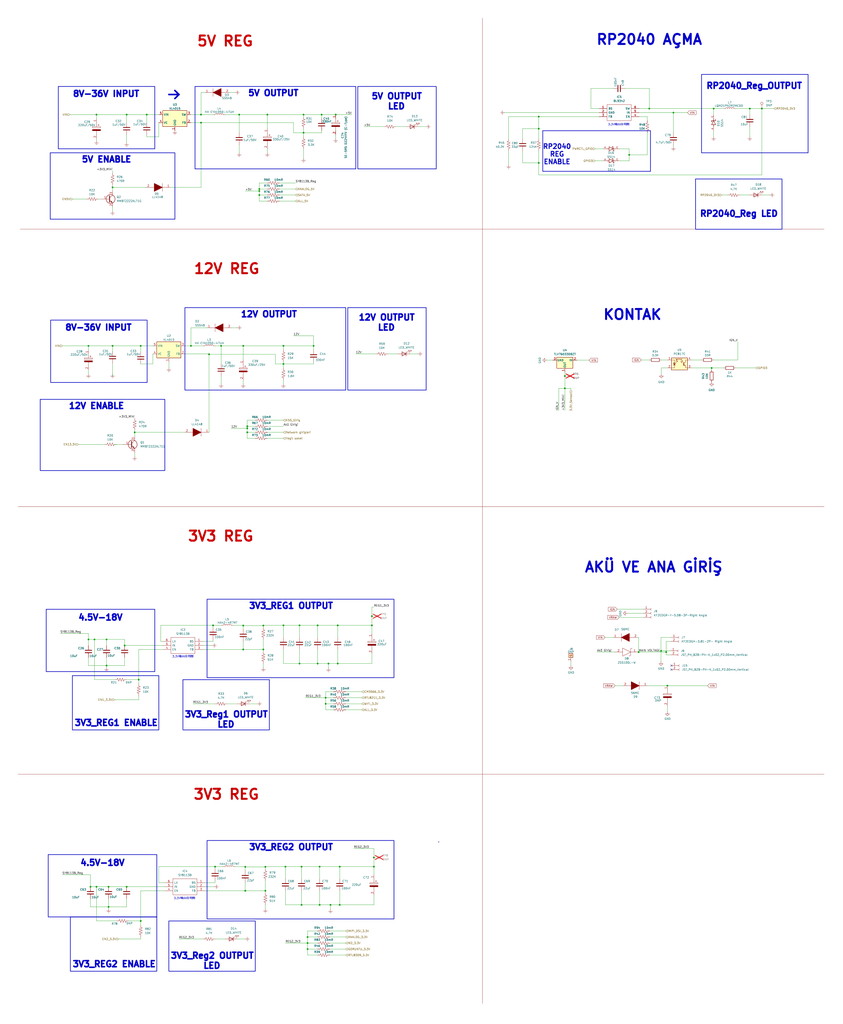
<source format=kicad_sch>
(kicad_sch (version 20231120) (generator "eeschema") (generator_version "8.0")
  (paper "User" 532.6 646.8)
  (junction (at 78.74 407.67))
  (junction (at 60.96 72.39))
  (junction (at 194.31 591.82))
  (junction (at 135.89 547.37))
  (junction (at 410.21 68.58))
  (junction (at 201.93 571.5))
  (junction (at 67.31 420.37))
  (junction (at 180.34 547.37))
  (junction (at 356.87 237.49))
  (junction (at 55.88 218.44))
  (junction (at 134.62 394.97))
  (junction (at 167.64 562.61))
  (junction (at 213.36 419.1))
  (junction (at 139.7 218.44))
  (junction (at 167.64 547.4913))
  (junction (at 120.65 218.44))
  (junction (at 163.83 120.65))
  (junction (at 67.31 403.86))
  (junction (at 236.22 541.5796))
  (junction (at 449.58 232.41))
  (junction (at 127 77.47))
  (junction (at 60.96 560.07))
  (junction (at 68.58 560.07))
  (junction (at 190.5 571.5))
  (junction (at 190.5 547.37))
  (junction (at 191.77 72.39))
  (junction (at 194.31 599.44))
  (junction (at 194.31 595.63))
  (junction (at 214.63 547.37))
  (junction (at 71.12 118.3562))
  (junction (at 88.9 218.44))
  (junction (at 163.83 119.38))
  (junction (at 68.58 572.77))
  (junction (at 154.94 547.4913))
  (junction (at 425.45 71.12))
  (junction (at 191.77 83.82))
  (junction (at 213.36 394.97))
  (junction (at 340.36 81.28))
  (junction (at 88.9 581.66))
  (junction (at 205.74 440.69))
  (junction (at 80.01 560.07))
  (junction (at 417.6106 411.0503))
  (junction (at 154.94 562.61))
  (junction (at 166.37 395.0913))
  (junction (at 92.71 72.39))
  (junction (at 132.08 223.7662))
  (junction (at 59.69 403.86))
  (junction (at 203.2 72.39))
  (junction (at 153.67 395.0913))
  (junction (at 397.51 97.79))
  (junction (at 481.33 68.58))
  (junction (at 420.9009 411.85))
  (junction (at 153.67 218.44))
  (junction (at 151.13 72.39))
  (junction (at 403.4783 411.85))
  (junction (at 207.518 419.1))
  (junction (at 356.87 245.2763))
  (junction (at 85.09 273.05))
  (junction (at 340.36 102.87))
  (junction (at 198.12 218.44))
  (junction (at 179.07 394.97))
  (junction (at 163.83 123.19))
  (junction (at 340.36 73.66))
  (junction (at 179.07 218.44))
  (junction (at 234.95 394.97))
  (junction (at 205.74 444.5))
  (junction (at 156.21 273.05))
  (junction (at 473.71 68.58))
  (junction (at 71.12 218.44))
  (junction (at 156.21 270.51))
  (junction (at 156.21 269.24))
  (junction (at 450.85 68.58))
  (junction (at 189.23 419.1))
  (junction (at 127 72.39))
  (junction (at 179.07 229.87))
  (junction (at 153.67 410.21))
  (junction (at 55.88 403.86))
  (junction (at 80.01 72.39))
  (junction (at 201.93 547.37))
  (junction (at 168.91 72.39))
  (junction (at 200.66 394.97))
  (junction (at 236.22 547.37))
  (junction (at 87.63 429.26))
  (junction (at 212.09 72.39))
  (junction (at 421.64 433.07))
  (junction (at 214.63 571.5))
  (junction (at 166.37 410.21))
  (junction (at 189.23 394.97))
  (junction (at 57.15 560.07))
  (junction (at 208.788 571.5))
  (junction (at 234.95 389.1796))
  (junction (at 200.66 419.1))
  (no_connect (at 424.18 422.91))
  (no_connect (at 424.18 420.37))
  (wire (pts (xy 425.45 71.12) (xy 425.45 83.82)))
  (wire (pts (xy 132.08 223.52) (xy 132.08 223.7662)))
  (wire (pts (xy 67.31 403.86) (xy 67.31 407.67)))
  (wire (pts (xy 68.58 560.07) (xy 80.01 560.07)))
  (wire (pts (xy 397.51 97.79) (xy 408.94 97.79)))
  (wire (pts (xy 87.63 429.26) (xy 87.63 431.8)))
  (wire (pts (xy 163.83 127) (xy 168.91 127)))
  (wire (pts (xy 71.12 120.6129) (xy 71.1358 120.6129)))
  (wire (pts (xy 205.74 448.31) (xy 205.74 444.5)))
  (wire (pts (xy 179.07 394.97) (xy 166.37 394.97)))
  (wire (pts (xy 71.1248 237.2438) (xy 71.1248 229.6238)))
  (wire (pts (xy 228.6 436.88) (xy 218.44 436.88)))
  (wire (pts (xy 397.51 93.98) (xy 391.16 93.98)))
  (wire (pts (xy 57.15 567.69) (xy 57.15 572.77)))
  (wire (pts (xy 73.66 581.66) (xy 60.96 581.66)))
  (wire (pts (xy 121.92 444.5) (xy 135.89 444.5)))
  (wire (pts (xy 201.93 571.5) (xy 208.788 571.5)))
  (wire (pts (xy 101.6 405.13) (xy 101.6 394.97)))
  (wire (pts (xy 168.91 269.24) (xy 179.07 269.24)))
  (wire (pts (xy 190.5 562.61) (xy 190.5 571.5)))
  (wire (pts (xy 156.21 265.43) (xy 161.29 265.43)))
  (wire (pts (xy 321.31 73.66) (xy 340.36 73.66)))
  (wire (pts (xy 321.31 95.25) (xy 321.31 104.14)))
  (wire (pts (xy 134.62 394.97) (xy 134.62 396.24)))
  (wire (pts (xy 59.69 403.86) (xy 67.31 403.86)))
  (wire (pts (xy 154.94 547.4913) (xy 154.94 549.91)))
  (wire (pts (xy 473.71 86.36) (xy 473.71 80.01)))
  (wire (pts (xy 163.83 115.57) (xy 168.91 115.57)))
  (wire (pts (xy 163.83 123.19) (xy 168.91 123.19)))
  (wire (pts (xy 205.74 436.88) (xy 205.74 440.69)))
  (wire (pts (xy 81.28 581.66) (xy 88.9 581.66)))
  (wire (pts (xy 173.99 229.87) (xy 179.07 229.87)))
  (wire (pts (xy 151.13 72.39) (xy 142.24 72.39)))
  (wire (pts (xy 201.93 562.61) (xy 201.93 571.5)))
  (polyline (pts (xy 111.76 60.96) (xy 110.49 62.23)) (stroke (width 1.016)))
  (wire (pts (xy 45.72 125.73) (xy 54.61 125.73)))
  (wire (pts (xy 168.91 72.39) (xy 191.77 72.39)))
  (wire (pts (xy 166.37 394.97) (xy 166.37 395.0913)))
  (wire (pts (xy 156.21 276.86) (xy 156.21 273.05)))
  (wire (pts (xy 100.33 86.36) (xy 100.33 77.47)))
  (wire (pts (xy 356.87 245.2763) (xy 356.87 259.2463)))
  (wire (pts (xy 149.86 207.01) (xy 146.05 207.01)))
  (wire (pts (xy 186.69 119.38) (xy 176.53 119.38)))
  (wire (pts (xy 88.9 581.66) (xy 88.9 584.2)))
  (wire (pts (xy 71.12 222.25) (xy 71.1248 222.25)))
  (wire (pts (xy 420.9009 411.85) (xy 420.9009 413.5903)))
  (wire (pts (xy 203.2 72.39) (xy 212.09 72.39)))
  (wire (pts (xy 120.65 218.44) (xy 128.27 218.44)))
  (wire (pts (xy 55.88 420.37) (xy 67.31 420.37)))
  (wire (pts (xy 345.44 227.4963) (xy 349.25 227.4963)))
  (wire (pts (xy 107.6233 118.3562) (xy 127 118.3562)))
  (wire (pts (xy 154.94 562.61) (xy 129.54 562.61)))
  (wire (pts (xy 180.34 547.37) (xy 180.34 554.99)))
  (wire (pts (xy 62.23 125.6929) (xy 62.23 125.73)))
  (wire (pts (xy 208.28 595.63) (xy 218.44 595.63)))
  (wire (pts (xy 106.68 228.6) (xy 106.68 232.41)))
  (wire (pts (xy 340.36 81.28) (xy 340.36 87.63)))
  (wire (pts (xy 388.62 433.07) (xy 393.7 433.07)))
  (wire (pts (xy 214.63 547.37) (xy 201.93 547.37)))
  (wire (pts (xy 151.13 72.39) (xy 151.13 83.82)))
  (wire (pts (xy 200.66 410.21) (xy 200.66 419.1)))
  (wire (pts (xy 200.66 419.1) (xy 207.518 419.1)))
  (wire (pts (xy 85.0875 274.32) (xy 85.0875 275.6312)))
  (wire (pts (xy 72.3875 280.7112) (xy 72.3875 280.67)))
  (wire (pts (xy 190.5 571.5) (xy 201.93 571.5)))
  (wire (pts (xy 423.511 413.5903) (xy 420.9009 413.5903)))
  (wire (pts (xy 143.51 444.5) (xy 149.86 444.5)))
  (wire (pts (xy 163.83 115.57) (xy 163.83 119.38)))
  (wire (pts (xy 67.31 421.64) (xy 67.31 420.37)))
  (wire (pts (xy 127 77.47) (xy 185.42 77.47)))
  (wire (pts (xy 156.21 269.24) (xy 161.29 269.24)))
  (wire (pts (xy 80.01 85.09) (xy 80.01 90.17)))
  (wire (pts (xy 180.34 571.5) (xy 190.5 571.5)))
  (wire (pts (xy 85.09 273.05) (xy 85.09 274.32)))
  (wire (pts (xy 139.7 237.49) (xy 139.7 242.57)))
  (wire (pts (xy 224.79 223.52) (xy 237.49 223.52)))
  (wire (pts (xy 163.83 123.19) (xy 163.83 127)))
  (wire (pts (xy 100.33 72.39) (xy 92.71 72.39)))
  (wire (pts (xy 194.31 588.01) (xy 194.31 591.82)))
  (wire (pts (xy 168.91 72.39) (xy 168.91 81.28)))
  (wire (pts (xy 340.36 73.66) (xy 378.46 73.66)))
  (wire (pts (xy 71.12 130.7729) (xy 71.1358 130.7729)))
  (wire (pts (xy 408.94 73.66) (xy 408.94 76.2)))
  (wire (pts (xy 180.34 562.61) (xy 180.34 571.5)))
  (wire (pts (xy 421.64 232.41) (xy 417.83 232.41)))
  (wire (pts (xy 207.518 419.1) (xy 207.518 421.894)))
  (wire (pts (xy 200.66 394.97) (xy 189.23 394.97)))
  (wire (pts (xy 212.09 72.39) (xy 222.25 72.39)))
  (wire (pts (xy 191.77 72.39) (xy 191.77 73.66)))
  (wire (pts (xy 60.96 560.07) (xy 68.58 560.07)))
  (wire (pts (xy 403.86 68.58) (xy 410.21 68.58)))
  (wire (pts (xy 166.37 411.48) (xy 166.37 410.21)))
  (wire (pts (xy 176.53 123.19) (xy 186.69 123.19)))
  (wire (pts (xy 234.95 412.75) (xy 234.95 419.1)))
  (wire (pts (xy 190.5 547.37) (xy 190.5 554.99)))
  (wire (pts (xy 167.64 547.37) (xy 167.64 547.4913)))
  (wire (pts (xy 120.65 72.39) (xy 127 72.39)))
  (wire (pts (xy 139.7 218.44) (xy 153.67 218.44)))
  (wire (pts (xy 264.16 80.01) (xy 269.24 80.01)))
  (wire (pts (xy 473.71 68.58) (xy 481.33 68.58)))
  (wire (pts (xy 67.31 403.86) (xy 78.74 403.86)))
  (wire (pts (xy 153.67 240.03) (xy 153.67 242.57)))
  (wire (pts (xy 154.94 120.65) (xy 163.83 120.65)))
  (wire (pts (xy 198.12 218.44) (xy 198.12 220.98)))
  (wire (pts (xy 57.15 560.07) (xy 60.96 560.07)))
  (wire (pts (xy 157.48 444.5) (xy 162.56 444.5)))
  (wire (pts (xy 88.9 562.61) (xy 88.9 581.66)))
  (wire (pts (xy 381 101.6) (xy 375.92 101.6)))
  (wire (pts (xy 85.09 273.05) (xy 116.84 273.05)))
  (wire (pts (xy 236.22 571.5) (xy 214.63 571.5)))
  (wire (pts (xy 194.31 591.82) (xy 194.31 595.63)))
  (wire (pts (xy 55.88 415.29) (xy 55.88 420.37)))
  (wire (pts (xy 120.65 207.01) (xy 130.81 207.01)))
  (wire (pts (xy 71.12 107.95) (xy 71.12 109.22)))
  (wire (pts (xy 208.28 591.82) (xy 218.44 591.82)))
  (wire (pts (xy 205.74 440.69) (xy 210.82 440.69)))
  (wire (pts (xy 59.69 403.86) (xy 59.69 429.26)))
  (wire (pts (xy 100.33 547.37) (xy 135.89 547.37)))
  (wire (pts (xy 102.87 405.13) (xy 101.6 405.13)))
  (wire (pts (xy 102.87 410.21) (xy 87.63 410.21)))
  (wire (pts (xy 146.05 270.51) (xy 156.21 270.51)))
  (wire (pts (xy 208.28 588.01) (xy 218.44 588.01)))
  (wire (pts (xy 153.67 218.44) (xy 153.67 227.33)))
  (wire (pts (xy 353.06 245.2763) (xy 356.87 245.2763)))
  (wire (pts (xy 74.93 593.09) (xy 88.9 593.09)))
  (wire (pts (xy 236.22 535.94) (xy 236.22 541.5796)))
  (wire (pts (xy 205.74 440.69) (xy 205.74 444.5)))
  (polyline (pts (xy 304.8 11.43) (xy 304.8 633.73)) (stroke (width 0) (color 132 0 0 1)))
  (wire (pts (xy 194.31 595.63) (xy 200.66 595.63)))
  (wire (pts (xy 134.62 394.97) (xy 139.7 394.97)))
  (wire (pts (xy 80.01 72.39) (xy 80.01 77.47)))
  (wire (pts (xy 92.71 85.09) (xy 92.71 86.36)))
  (wire (pts (xy 403.86 71.12) (xy 425.45 71.12)))
  (wire (pts (xy 330.2 81.28) (xy 330.2 87.63)))
  (wire (pts (xy 55.88 218.44) (xy 55.88 220.98)))
  (wire (pts (xy 156.21 270.51) (xy 156.21 273.05)))
  (wire (pts (xy 179.07 394.97) (xy 179.07 402.59)))
  (wire (pts (xy 189.23 394.97) (xy 179.07 394.97)))
  (wire (pts (xy 450.85 68.58) (xy 457.2 68.58)))
  (wire (pts (xy 116.84 223.52) (xy 132.08 223.52)))
  (wire (pts (xy 408.94 83.82) (xy 408.94 97.79)))
  (wire (pts (xy 168.91 276.86) (xy 179.07 276.86)))
  (wire (pts (xy 80.01 560.07) (xy 104.14 560.07)))
  (wire (pts (xy 236.22 535.94) (xy 223.52 535.94)))
  (wire (pts (xy 213.36 410.21) (xy 213.36 419.1)))
  (wire (pts (xy 87.63 441.96) (xy 87.63 439.42)))
  (wire (pts (xy 185.42 83.82) (xy 191.77 83.82)))
  (wire (pts (xy 213.36 394.97) (xy 213.36 402.59)))
  (wire (pts (xy 80.01 429.26) (xy 87.63 429.26)))
  (wire (pts (xy 166.37 403.86) (xy 166.37 410.21)))
  (wire (pts (xy 394.97 55.88) (xy 410.21 55.88)))
  (wire (pts (xy 403.86 73.66) (xy 408.94 73.66)))
  (wire (pts (xy 55.88 233.68) (xy 55.88 236.22)))
  (wire (pts (xy 417.6106 402.59) (xy 417.6106 411.0503)))
  (wire (pts (xy 71.12 130.7729) (xy 71.12 133.35)))
  (wire (pts (xy 340.36 110.49) (xy 481.33 110.49)))
  (wire (pts (xy 464.82 68.58) (xy 473.71 68.58)))
  (wire (pts (xy 236.22 547.37) (xy 214.63 547.37)))
  (wire (pts (xy 191.77 83.82) (xy 191.77 86.36)))
  (wire (pts (xy 198.12 212.09) (xy 198.12 218.44)))
  (wire (pts (xy 208.788 571.5) (xy 214.63 571.5)))
  (wire (pts (xy 68.58 567.69) (xy 68.58 572.77)))
  (wire (pts (xy 57.15 572.77) (xy 68.58 572.77)))
  (wire (pts (xy 57.15 552.45) (xy 57.15 560.07)))
  (wire (pts (xy 85.0875 288.29) (xy 85.09 288.29)))
  (wire (pts (xy 213.36 394.97) (xy 200.66 394.97)))
  (wire (pts (xy 60.96 87.63) (xy 60.96 88.9343)))
  (wire (pts (xy 420.9009 405.13) (xy 420.9009 411.85)))
  (wire (pts (xy 113.03 593.09) (xy 128.27 593.09)))
  (wire (pts (xy 473.71 68.58) (xy 473.71 72.39)))
  (wire (pts (xy 364.49 227.4963) (xy 372.11 227.4963)))
  (wire (pts (xy 191.77 81.28) (xy 191.77 83.82)))
  (wire (pts (xy 71.1248 222.25) (xy 71.1248 222.0038)))
  (wire (pts (xy 208.28 603.25) (xy 218.44 603.25)))
  (wire (pts (xy 88.9 218.44) (xy 96.52 218.44)))
  (wire (pts (xy 179.07 229.87) (xy 198.12 229.87)))
  (polyline (pts (xy 11.43 488.95) (xy 520.7 488.95)) (stroke (width 0) (color 132 0 0 1)))
  (wire (pts (xy 85.09 271.78) (xy 85.09 273.05)))
  (wire (pts (xy 151.13 91.44) (xy 151.13 96.52)))
  (wire (pts (xy 417.83 227.33) (xy 421.64 227.33)))
  (wire (pts (xy 167.64 562.61) (xy 154.94 562.61)))
  (wire (pts (xy 168.91 93.98) (xy 168.91 96.52)))
  (wire (pts (xy 234.95 383.54) (xy 234.95 389.1796)))
  (wire (pts (xy 405.13 227.33) (xy 410.21 227.33)))
  (wire (pts (xy 330.2 102.87) (xy 340.36 102.87)))
  (wire (pts (xy 151.13 72.39) (xy 168.91 72.39)))
  (wire (pts (xy 423.511 411.0503) (xy 417.6106 411.0503)))
  (wire (pts (xy 200.66 599.44) (xy 194.31 599.44)))
  (wire (pts (xy 318.77 71.12) (xy 378.46 71.12)))
  (wire (pts (xy 156.21 273.05) (xy 161.29 273.05)))
  (wire (pts (xy 55.88 403.86) (xy 59.69 403.86)))
  (wire (pts (xy 403.4783 402.5995) (xy 403.4783 411.85)))
  (wire (pts (xy 360.68 420.37) (xy 360.68 417.83)))
  (wire (pts (xy 39.37 218.44) (xy 55.88 218.44)))
  (wire (pts (xy 135.89 547.37) (xy 140.97 547.37)))
  (wire (pts (xy 135.89 547.37) (xy 135.89 548.64)))
  (polyline (pts (xy 111.76 58.42) (xy 113.03 59.69)) (stroke (width 1.016)))
  (wire (pts (xy 259.08 223.52) (xy 264.16 223.52)))
  (wire (pts (xy 330.2 81.28) (xy 340.36 81.28)))
  (wire (pts (xy 417.6106 411.0503) (xy 417.6106 417.8905)))
  (wire (pts (xy 132.08 223.7662) (xy 173.99 223.7662)))
  (wire (pts (xy 436.88 227.33) (xy 443.23 227.33)))
  (wire (pts (xy 78.74 407.67) (xy 102.87 407.67)))
  (wire (pts (xy 153.67 394.97) (xy 153.67 395.0913)))
  (wire (pts (xy 38.1 400.05) (xy 55.88 400.05)))
  (wire (pts (xy 180.34 547.37) (xy 167.64 547.37)))
  (wire (pts (xy 179.07 228.6) (xy 179.07 229.87)))
  (wire (pts (xy 250.19 80.01) (xy 256.54 80.01)))
  (wire (pts (xy 234.95 400.05) (xy 234.95 394.97)))
  (polyline (pts (xy 113.03 59.69) (xy 111.76 60.96)) (stroke (width 1.016)))
  (wire (pts (xy 200.66 394.97) (xy 200.66 402.59)))
  (wire (pts (xy 194.31 588.01) (xy 200.66 588.01)))
  (polyline (pts (xy 11.43 320.04) (xy 520.7 320.04)) (stroke (width 0) (color 132 0 0 1)))
  (wire (pts (xy 154.94 557.53) (xy 154.94 562.61)))
  (wire (pts (xy 198.12 218.44) (xy 179.07 218.44)))
  (wire (pts (xy 39.37 552.45) (xy 57.15 552.45)))
  (wire (pts (xy 201.93 547.37) (xy 201.93 554.99)))
  (wire (pts (xy 381 93.98) (xy 375.92 93.98)))
  (polyline (pts (xy 113.03 59.69) (xy 106.68 59.69)) (stroke (width 1.016)))
  (wire (pts (xy 135.89 556.26) (xy 135.89 557.53)))
  (wire (pts (xy 234.95 389.1796) (xy 234.95 394.97)))
  (wire (pts (xy 67.31 415.29) (xy 67.31 420.37)))
  (wire (pts (xy 212.09 87.63) (xy 212.09 85.09)))
  (wire (pts (xy 391.2048 389.89) (xy 406.4 389.89)))
  (wire (pts (xy 214.63 547.37) (xy 214.63 554.99)))
  (wire (pts (xy 234.95 394.97) (xy 213.36 394.97)))
  (wire (pts (xy 191.77 83.82) (xy 203.2 83.82)))
  (wire (pts (xy 55.88 403.86) (xy 55.88 407.67)))
  (wire (pts (xy 353.06 245.2763) (xy 353.06 259.2463)))
  (wire (pts (xy 203.2 83.82) (xy 203.2 82.55)))
  (wire (pts (xy 373.38 55.88) (xy 387.35 55.88)))
  (wire (pts (xy 189.23 394.97) (xy 189.23 402.59)))
  (wire (pts (xy 68.58 574.04) (xy 68.58 572.77)))
  (wire (pts (xy 104.14 557.53) (xy 100.33 557.53)))
  (wire (pts (xy 127 72.39) (xy 134.62 72.39)))
  (wire (pts (xy 229.87 80.01) (xy 242.57 80.01)))
  (polyline (pts (xy 110.49 57.15) (xy 111.76 58.42)) (stroke (width 1.016)))
  (wire (pts (xy 194.31 599.44) (xy 194.31 595.63)))
  (wire (pts (xy 208.788 571.5) (xy 208.788 574.294)))
  (wire (pts (xy 481.33 68.58) (xy 481.33 110.49)))
  (wire (pts (xy 377.1435 411.85) (xy 388.2383 411.85)))
  (wire (pts (xy 71.12 118.3562) (xy 92.3833 118.3562)))
  (wire (pts (xy 63.5158 125.6929) (xy 62.23 125.6929)))
  (wire (pts (xy 132.08 223.7662) (xy 132.08 273.05)))
  (wire (pts (xy 356.87 235.1163) (xy 356.87 237.49)))
  (wire (pts (xy 55.88 218.44) (xy 71.12 218.44)))
  (wire (pts (xy 466.09 227.33) (xy 450.85 227.33)))
  (wire (pts (xy 153.67 405.13) (xy 153.67 410.21)))
  (wire (pts (xy 92.71 72.39) (xy 92.71 77.47)))
  (wire (pts (xy 210.82 444.5) (xy 205.74 444.5)))
  (wire (pts (xy 167.64 547.4913) (xy 154.94 547.4913)))
  (wire (pts (xy 72.3875 280.67) (xy 73.66 280.67)))
  (wire (pts (xy 167.64 548.64) (xy 167.64 547.4913)))
  (wire (pts (xy 397.51 97.79) (xy 397.51 93.98)))
  (wire (pts (xy 88.9 229.87) (xy 96.52 229.87)))
  (wire (pts (xy 360.68 245.2763) (xy 360.68 246.5463)))
  (wire (pts (xy 87.63 410.21) (xy 87.63 429.26)))
  (wire (pts (xy 156.21 269.24) (xy 156.21 270.51)))
  (wire (pts (xy 71.12 118.3562) (xy 71.12 120.6129)))
  (wire (pts (xy 116.84 218.44) (xy 120.65 218.44)))
  (wire (pts (xy 71.12 237.2438) (xy 71.12 236.22)))
  (wire (pts (xy 80.01 567.69) (xy 80.01 572.77)))
  (wire (pts (xy 423.871 402.59) (xy 417.6106 402.59)))
  (wire (pts (xy 49.53 280.67) (xy 66.04 280.67)))
  (wire (pts (xy 167.64 556.26) (xy 167.64 562.61)))
  (wire (pts (xy 85.0875 285.7912) (xy 85.0875 288.29)))
  (wire (pts (xy 234.95 419.1) (xy 213.36 419.1)))
  (wire (pts (xy 481.33 68.58) (xy 488.95 68.58)))
  (wire (pts (xy 72.39 441.96) (xy 87.63 441.96)))
  (wire (pts (xy 467.36 123.19) (xy 473.71 123.19)))
  (wire (pts (xy 425.45 91.44) (xy 425.45 92.71)))
  (wire (pts (xy 127 58.42) (xy 127 72.39)))
  (wire (pts (xy 166.37 410.21) (xy 153.67 410.21)))
  (wire (pts (xy 156.21 276.86) (xy 161.29 276.86)))
  (wire (pts (xy 218.44 440.69) (xy 228.6 440.69)))
  (wire (pts (xy 185.42 212.09) (xy 198.12 212.09)))
  (wire (pts (xy 321.31 73.66) (xy 321.31 87.63)))
  (wire (pts (xy 88.9 218.44) (xy 88.9 222.25)))
  (wire (pts (xy 163.83 119.38) (xy 168.91 119.38)))
  (wire (pts (xy 154.94 547.37) (xy 154.94 547.4913)))
  (wire (pts (xy 148.59 547.37) (xy 154.94 547.37)))
  (wire (pts (xy 387.4674 402.59) (xy 382.27 402.59)))
  (wire (pts (xy 236.22 552.45) (xy 236.22 547.37)))
  (wire (pts (xy 449.58 232.41) (xy 436.88 232.41)))
  (wire (pts (xy 189.23 419.1) (xy 200.66 419.1)))
  (wire (pts (xy 60.96 72.39) (xy 60.96 74.93)))
  (wire (pts (xy 88.9 593.09) (xy 88.9 591.82)))
  (wire (pts (xy 135.89 218.44) (xy 139.7 218.44)))
  (wire (pts (xy 193.04 440.69) (xy 205.74 440.69)))
  (wire (pts (xy 203.2 72.39) (xy 203.2 74.93)))
  (wire (pts (xy 134.62 403.86) (xy 134.62 405.13)))
  (wire (pts (xy 481.33 123.19) (xy 486.41 123.19)))
  (wire (pts (xy 71.12 218.44) (xy 88.9 218.44)))
  (wire (pts (xy 236.22 541.5796) (xy 236.22 547.37)))
  (wire (pts (xy 420.9009 405.13) (xy 423.871 405.13)))
  (wire (pts (xy 410.21 55.88) (xy 410.21 68.58)))
  (wire (pts (xy 67.31 420.37) (xy 78.74 420.37)))
  (wire (pts (xy 408.94 433.07) (xy 421.64 433.07)))
  (wire (pts (xy 156.21 269.24) (xy 156.21 265.43)))
  (wire (pts (xy 149.86 593.09) (xy 154.94 593.09)))
  (wire (pts (xy 85.0875 274.32) (xy 85.09 274.32)))
  (wire (pts (xy 179.07 218.44) (xy 179.07 220.98)))
  (wire (pts (xy 397.51 97.79) (xy 397.51 101.6)))
  (wire (pts (xy 205.74 436.88) (xy 210.82 436.88)))
  (wire (pts (xy 55.88 400.05) (xy 55.88 403.86)))
  (wire (pts (xy 236.22 383.54) (xy 234.95 383.54)))
  (wire (pts (xy 340.36 102.87) (xy 340.36 110.49)))
  (wire (pts (xy 200.66 603.25) (xy 194.31 603.25)))
  (wire (pts (xy 166.37 396.24) (xy 166.37 395.0913)))
  (wire (pts (xy 186.69 115.57) (xy 176.53 115.57)))
  (wire (pts (xy 176.53 127) (xy 186.69 127)))
  (wire (pts (xy 421.64 433.07) (xy 447.04 433.07)))
  (wire (pts (xy 120.65 77.47) (xy 127 77.47)))
  (wire (pts (xy 214.63 562.61) (xy 214.63 571.5)))
  (bus (pts (xy 276.86 531.7609) (xy 277.4231 531.7609)))
  (wire (pts (xy 450.85 72.39) (xy 450.85 68.58)))
  (wire (pts (xy 92.71 86.36) (xy 100.33 86.36)))
  (wire (pts (xy 166.37 395.0913) (xy 153.67 395.0913)))
  (wire (pts (xy 168.91 273.05) (xy 179.07 273.05)))
  (wire (pts (xy 180.34 595.63) (xy 194.31 595.63)))
  (wire (pts (xy 466.09 215.9) (xy 466.09 227.33)))
  (wire (pts (xy 135.89 593.09) (xy 142.24 593.09)))
  (wire (pts (xy 168.91 265.43) (xy 179.07 265.43)))
  (wire (pts (xy 330.2 95.25) (xy 330.2 102.87)))
  (wire (pts (xy 100.33 557.53) (xy 100.33 547.37)))
  (polyline (pts (xy 12.7 144.78) (xy 520.7 144.78)) (stroke (width 0) (color 132 0 0 1)))
  (wire (pts (xy 153.67 410.21) (xy 128.27 410.21)))
  (wire (pts (xy 68.58 572.77) (xy 80.01 572.77)))
  (wire (pts (xy 457.2 232.41) (xy 449.58 232.41)))
  (wire (pts (xy 194.31 603.25) (xy 194.31 599.44)))
  (wire (pts (xy 167.64 563.88) (xy 167.64 562.61)))
  (wire (pts (xy 236.22 565.15) (xy 236.22 571.5)))
  (wire (pts (xy 210.82 448.31) (xy 205.74 448.31)))
  (wire (pts (xy 167.64 571.5) (xy 167.64 574.04)))
  (wire (pts (xy 78.74 415.29) (xy 78.74 420.37)))
  (wire (pts (xy 340.36 73.66) (xy 340.36 81.28)))
  (wire (pts (xy 190.5 547.37) (xy 180.34 547.37)))
  (wire (pts (xy 207.518 419.1) (xy 213.36 419.1)))
  (wire (pts (xy 218.44 448.31) (xy 228.6 448.31)))
  (wire (pts (xy 163.83 120.65) (xy 163.83 123.19)))
  (wire (pts (xy 120.65 207.01) (xy 120.65 218.44)))
  (wire (pts (xy 60.96 88.9343) (xy 60.9642 88.9343)))
  (wire (pts (xy 387.4674 402.5995) (xy 387.4674 402.59)))
  (wire (pts (xy 208.28 599.44) (xy 218.44 599.44)))
  (wire (pts (xy 201.93 547.37) (xy 190.5 547.37)))
  (wire (pts (xy 179.07 410.21) (xy 179.07 419.1)))
  (wire (pts (xy 71.12 116.84) (xy 71.12 118.3562)))
  (wire (pts (xy 373.38 55.88) (xy 373.38 68.58)))
  (wire (pts (xy 179.07 240.03) (xy 179.07 242.57)))
  (wire (pts (xy 139.7 218.44) (xy 139.7 229.87)))
  (wire (pts (xy 148.59 58.42) (xy 144.78 58.42)))
  (wire (pts (xy 198.12 228.6) (xy 198.12 229.87)))
  (wire (pts (xy 396.2848 387.35) (xy 406.4 387.35)))
  (wire (pts (xy 71.12 237.2438) (xy 71.1248 237.2438)))
  (wire (pts (xy 96.52 229.87) (xy 96.52 223.52)))
  (wire (pts (xy 410.21 68.58) (xy 450.85 68.58)))
  (wire (pts (xy 421.64 449.58) (xy 421.64 445.77)))
  (wire (pts (xy 477.52 232.41) (xy 464.82 232.41)))
  (wire (pts (xy 179.07 419.1) (xy 189.23 419.1)))
  (wire (pts (xy 163.83 119.38) (xy 163.83 120.65)))
  (wire (pts (xy 127 118.3562) (xy 127 77.47)))
  (wire (pts (xy 218.44 444.5) (xy 228.6 444.5)))
  (wire (pts (xy 191.77 93.98) (xy 191.77 100.076)))
  (wire (pts (xy 373.38 68.58) (xy 378.46 68.58)))
  (wire (pts (xy 360.68 245.2763) (xy 356.87 245.2763)))
  (wire (pts (xy 127 58.42) (xy 129.54 58.42)))
  (wire (pts (xy 44.1275 72.39) (xy 60.96 72.39)))
  (wire (pts (xy 189.23 410.21) (xy 189.23 419.1)))
  (wire (pts (xy 397.51 101.6) (xy 391.16 101.6)))
  (wire (pts (xy 72.39 429.26) (xy 59.69 429.26)))
  (wire (pts (xy 60.96 72.39) (xy 80.01 72.39)))
  (wire (pts (xy 200.66 591.82) (xy 194.31 591.82)))
  (wire (pts (xy 135.89 557.53) (xy 129.54 557.53)))
  (wire (pts (xy 104.14 562.61) (xy 88.9 562.61)))
  (wire (pts (xy 173.99 223.7662) (xy 173.99 229.87)))
  (wire (pts (xy 389.9348 384.81) (xy 406.4 384.81)))
  (wire (pts (xy 72.3875 280.7112) (xy 77.4675 280.7112)))
  (wire (pts (xy 449.58 232.41) (xy 449.58 233.68)))
  (wire (pts (xy 403.4783 411.85) (xy 420.9009 411.85)))
  (wire (pts (xy 60.96 581.66) (xy 60.96 560.07)))
  (wire (pts (xy 356.87 245.2763) (xy 356.87 237.49)))
  (wire (pts (xy 185.42 77.47) (xy 185.42 83.82)))
  (wire (pts (xy 134.62 405.13) (xy 128.27 405.13)))
  (wire (pts (xy 153.67 218.44) (xy 179.07 218.44)))
  (wire (pts (xy 147.32 394.97) (xy 153.67 394.97)))
  (wire (pts (xy 166.37 419.1) (xy 166.37 421.64)))
  (wire (pts (xy 179.07 229.87) (xy 179.07 232.41)))
  (wire (pts (xy 417.83 232.41) (xy 417.83 236.22)))
  (wire (pts (xy 128.27 407.67) (xy 134.0816 407.67)))
  (wire (pts (xy 78.74 403.86) (xy 78.74 407.67)))
  (wire (pts (xy 455.93 123.19) (xy 459.74 123.19)))
  (wire (pts (xy 425.45 71.12) (xy 434.34 71.12)))
  (wire (pts (xy 402.7074 402.5995) (xy 403.4783 402.5995)))
  (wire (pts (xy 191.77 72.39) (xy 203.2 72.39)))
  (wire (pts (xy 71.12 218.44) (xy 71.12 222.25)))
  (wire (pts (xy 153.67 395.0913) (xy 153.67 397.51)))
  (wire (pts (xy 340.36 95.25) (xy 340.36 102.87)))
  (wire (pts (xy 450.85 82.55) (xy 450.85 86.36)))
  (wire (pts (xy 129.54 560.07) (xy 135.3516 560.07)))
  (wire (pts (xy 101.6 394.97) (xy 134.62 394.97)))
  (wire (pts (xy 80.01 72.39) (xy 92.71 72.39)))
  (wire (pts (xy 245.11 223.52) (xy 251.46 223.52)))
  (rectangle (start 130.81 378.46) (end 248.92 427.99) (stroke (width 0.381)))
  (rectangle (start 30.48 539.75) (end 99.06 579.12) (stroke (width 0.381)))
  (rectangle (start 115.57 429.26) (end 170.18 461.01) (stroke (width 0.381)))
  (rectangle (start 443.23 46.99) (end 510.54 96.52) (stroke (width 0.381)))
  (rectangle (start 36.83 54.61) (end 97.79 93.98) (stroke (width 0.381)))
  (rectangle (start 439.42 113.03) (end 494.03 144.78) (stroke (width 0.381)))
  (rectangle (start 29.21 384.81) (end 97.79 424.18) (stroke (width 0.381)))
  (rectangle (start 226.06 54.61) (end 275.59 106.68) (stroke (width 0.381)))
  (rectangle (start 45.72 426.72) (end 100.33 461.01) (stroke (width 0.381)))
  (rectangle (start 31.75 96.52) (end 110.49 138.43) (stroke (width 0.381)))
  (rectangle (start 25.4 252.222) (end 104.14 297.18) (stroke (width 0.381)))
  (rectangle (start 106.68 581.66) (end 161.29 613.41) (stroke (width 0.381)))
  (rectangle (start 123.19 54.61) (end 224.79 106.68) (stroke (width 0.381)))
  (rectangle (start 32.004 202.184) (end 92.964 241.554) (stroke (width 0.381)))
  (rectangle (start 44.45 579.12) (end 99.06 613.41) (stroke (width 0.381)))
  (rectangle (start 130.81 530.86) (end 248.92 580.39) (stroke (width 0.381)))
  (rectangle (start 116.84 194.31) (end 218.44 246.38) (stroke (width 0.381)))
  (rectangle (start 342.9 82.55) (end 410.972 108.204) (stroke (width 0.381)))
  (rectangle (start 219.71 194.31) (end 269.24 246.38) (stroke (width 0.381)))
  (text "3.3V输出应用图" (at 115.57 414.782 0) (effects (font (size 1.27 1.27))))
  (text "RP2040 AÇMA" (at 410.21 25.146 0) (effects (font (size 6.35 6.35) (bold yes))))
  (text "5V REG" (at 142.24 26.162 0) (effects (font (size 6.35 6.35) (bold yes))))
  (text "4.5V-18V\n" (at 63.5 390.144 0) (effects (font (size 3.81 3.81) (thickness 1.016) (bold yes))))
  (text "KONTAK" (at 399.542 198.882 0) (effects (font (size 6.35 6.35) (bold yes))))
  (text "4.5V-18V\n" (at 64.77 545.084 0) (effects (font (size 3.81 3.81) (thickness 1.016) (bold yes))))
  (text "3V3_Reg1 OUTPUT" (at 143.002 451.358 0) (effects (font (size 3.81 3.81) (thickness 1.016) (bold yes))))
  (text "12V OUTPUT" (at 169.926 198.628 0) (effects (font (size 3.81 3.81) (thickness 1.016) (bold yes))))
  (text "12V REG" (at 143.256 169.926 0) (effects (font (size 6.35 6.35) (bold yes))))
  (text "3V3 REG" (at 143.002 501.904 0) (effects (font (size 6.35 6.35) (bold yes))))
  (text "3.3V输出应用图" (at 116.586 567.436 0) (effects (font (size 1.27 1.27))))
  (text "12V ENABLE" (at 60.96 256.54 0) (effects (font (size 3.81 3.81) (thickness 1.016) (bold yes))))
  (text "3V3_REG2 ENABLE" (at 72.136 609.092 0) (effects (font (size 3.81 3.81) (thickness 1.016) (bold yes))))
  (text "3V3_REG1 OUTPUT\n" (at 183.896 382.778 0) (effects (font (size 3.81 3.81) (thickness 1.016) (bold yes))))
  (text "LED" (at 133.858 610.108 0) (effects (font (size 3.81 3.81) (thickness 1.016) (bold yes))))
  (text "LED" (at 142.748 457.708 0) (effects (font (size 3.81 3.81) (thickness 1.016) (bold yes))))
  (text "12V OUTPUT" (at 244.348 200.66 0) (effects (font (size 3.81 3.81) (thickness 1.016) (bold yes))))
  (text "3V3_Reg2 OUTPUT" (at 134.112 603.758 0) (effects (font (size 3.81 3.81) (thickness 1.016) (bold yes))))
  (text "3V3_REG2 OUTPUT\n" (at 183.896 535.178 0) (effects (font (size 3.81 3.81) (thickness 1.016) (bold yes))))
  (text "8V-36V INPUT\n" (at 62.23 207.01 0) (effects (font (size 3.81 3.81) (thickness 1.016) (bold yes))))
  (text "5V OUTPUT" (at 250.698 60.96 0) (effects (font (size 3.81 3.81) (thickness 1.016) (bold yes))))
  (text "5V ENABLE" (at 67.31 100.838 0) (effects (font (size 3.81 3.81) (thickness 1.016) (bold yes))))
  (text "AKÜ VE ANA GİRİŞ" (at 413.004 358.394 0) (effects (font (size 6.35 6.35) (bold yes))))
  (text "3V3_REG1 ENABLE" (at 73.406 456.692 0) (effects (font (size 3.81 3.81) (thickness 1.016) (bold yes))))
  (text "RP2040_Reg_OUTPUT\n" (at 476.504 54.356 0) (effects (font (size 3.81 3.81) (thickness 1.016) (bold yes))))
  (text "LED" (at 250.444 67.31 0) (effects (font (size 3.81 3.81) (thickness 1.016) (bold yes))))
  (text "RP2040_Reg LED\n" (at 466.852 135.128 0) (effects (font (size 3.81 3.81) (thickness 1.016) (bold yes))))
  (text "LED" (at 244.094 207.01 0) (effects (font (size 3.81 3.81) (thickness 1.016) (bold yes))))
  (text " RP2040\n REG\n ENABLE" (at 350.774 97.536 0) (effects (font (size 3 3) (thickness 0.6) (bold yes))))
  (text "3.3V输出应用图" (at 390.906 78.74 0) (effects (font (size 1.27 1.27))))
  (text "5V OUTPUT" (at 172.72 58.928 0) (effects (font (size 3.81 3.81) (thickness 1.016) (bold yes))))
  (text "3V3 REG" (at 139.446 338.836 0) (effects (font (size 6.35 6.35) (bold yes))))
  (text "8V-36V INPUT\n" (at 67.056 59.436 0) (effects (font (size 3.81 3.81) (thickness 1.016) (bold yes))))
  (label "+5V" (at 222.25 72.39 180))
  (label "MAIN VOLTAGE" (at 403.5111 411.85 0))
  (label "+3V3_Mini" (at 85.09 264.16 180))
  (label "REG2_3V3" (at 180.34 595.63 0))
  (label "12V" (at 185.42 212.09 0))
  (label "IGN_V" (at 466.09 215.9 180))
  (label "+5V" (at 154.94 120.65 0))
  (label "SY8113B_Reg" (at 38.1 400.05 0))
  (label "REG1_3V3" (at 236.22 383.54 0))
  (label "12V" (at 224.79 223.52 0))
  (label "IGN_V" (at 353.06 259.2463 90))
  (label "REG2_3V3" (at 113.03 593.09 0))
  (label "REG1_3V3" (at 121.92 444.5 0))
  (label "Akü Girişi" (at 377.1435 411.85 0))
  (label "12V" (at 146.05 270.51 0))
  (label "+5V" (at 229.87 80.01 0))
  (label "+3V3_Mini" (at 71.12 107.95 180))
  (label "REG2_3V3" (at 223.52 535.94 0))
  (label "SY8113B_Reg" (at 39.37 552.45 0))
  (label "REG1_3V3" (at 193.04 440.69 0))
  (label "SY8113B_Reg" (at 186.69 115.57 0))
  (label "+3V3_Mini" (at 356.87 259.2463 90))
  (label "Akü Girişi" (at 179.07 269.24 0))
  (global_label "VIN" (shape input) (at 434.34 71.12 0) (property "Intersheetrefs" "${INTERSHEET_REFS}" (effects (hide yes))))
  (global_label "VIN" (shape input) (at 372.11 227.4963 0) (property "Intersheetrefs" "${INTERSHEET_REFS}" (effects (hide yes))))
  (global_label "VRAW" (shape input) (at 391.2048 389.89 180) (property "Intersheetrefs" "${INTERSHEET_REFS}" (effects (hide yes))))
  (global_label "IGN" (shape input) (at 405.13 227.33 180) (property "Intersheetrefs" "${INTERSHEET_REFS}" (effects (hide yes))))
  (global_label "VIN" (shape input) (at 382.27 402.59 180) (property "Intersheetrefs" "${INTERSHEET_REFS}" (effects (hide yes))))
  (global_label "VRAW" (shape input) (at 388.62 433.07 180) (property "Intersheetrefs" "${INTERSHEET_REFS}" (effects (hide yes))))
  (global_label "VIN" (shape input) (at 447.04 433.07 0) (property "Intersheetrefs" "${INTERSHEET_REFS}" (effects (hide yes))))
  (global_label "IGN" (shape input) (at 389.9348 384.81 180) (property "Intersheetrefs" "${INTERSHEET_REFS}" (effects (hide yes))))
  (hierarchical_label "RTL8211_3.3V" (shape input) (at 228.6 440.69 0))
  (hierarchical_label "ALL_5V" (shape input) (at 186.69 127 0))
  (hierarchical_label "EN2_3.3V" (shape input) (at 74.93 593.09 180))
  (hierarchical_label "ALL_3.3V" (shape input) (at 228.6 448.31 0))
  (hierarchical_label "SATA_5V" (shape input) (at 186.69 123.19 0))
  (hierarchical_label "CM3566_3.3V" (shape input) (at 228.6 436.88 0))
  (hierarchical_label "Yeşil soket" (shape input) (at 179.07 276.86 0))
  (hierarchical_label "EN13.3V" (shape input) (at 49.53 280.67 180))
  (hierarchical_label "VIN" (shape input) (at 39.37 218.44 180))
  (hierarchical_label "KSS_Giriş" (shape input) (at 179.07 265.43 0))
  (hierarchical_label "ANALOG_3.3V" (shape input) (at 218.44 591.82 0))
  (hierarchical_label "ANALOG_5V" (shape input) (at 186.69 119.38 0))
  (hierarchical_label "VIN" (shape input) (at 44.1275 72.39 180))
  (hierarchical_label "PWRCTL_GPIO" (shape input) (at 375.92 93.98 180))
  (hierarchical_label "RP2040_3V3" (shape input) (at 455.93 123.19 180))
  (hierarchical_label "GPIO3" (shape input) (at 477.52 232.41 0))
  (hierarchical_label "RTL8309_3.3V" (shape input) (at 218.44 603.25 0))
  (hierarchical_label "RP2040_3V3" (shape input) (at 488.95 68.58 0))
  (hierarchical_label "EN1_3.3V" (shape input) (at 72.39 441.96 180))
  (hierarchical_label "Network girişleri" (shape input) (at 179.07 273.05 0))
  (hierarchical_label "MIPI_DSI_3.3V" (shape input) (at 218.44 588.01 0))
  (hierarchical_label "WIFI_3.3V" (shape input) (at 228.6 444.5 0))
  (hierarchical_label "GPIO3" (shape input) (at 375.92 101.6 180))
  (hierarchical_label "3.3V_Sensor" (shape input) (at 360.68 246.5463 270))
  (hierarchical_label "GORUNTU_3.3V" (shape input) (at 218.44 599.44 0))
  (hierarchical_label "EN5V" (shape input) (at 45.72 125.73 180))
  (hierarchical_label "M2_3.3V" (shape input) (at 218.44 595.63 0))
  (symbol (lib_id "Device:R_US") (at 172.72 123.19 90) (unit 1)
    (property "Reference" "R76" (at 168.656 121.158 90))
    (property "Value" "10mR" (at 176.022 121.158 90))
    (property "Footprint" "Resistor_SMD:R_1206_3216Metric" (effects (hide yes)))
    (property "Description" "Resistor, US symbol" (effects (hide yes)))
  )
  (symbol (lib_id "Device:R_US") (at 179.07 236.22 0) (unit 1)
    (property "Reference" "R30" (at 181.61 234.9499 0) (effects (justify left)))
    (property "Value" "1.6K" (at 181.61 237.4899 0) (effects (justify left)))
    (property "Footprint" "Resistor_SMD:R_0603_1608Metric" (effects (hide yes)))
    (property "Description" "Resistor, US symbol" (effects (hide yes)))
    (property "MPN" "0603WAF1601T5E" (effects (hide yes)))
  )
  (symbol (lib_id "Device:R") (at 414.02 227.33 270) (unit 1)
    (property "Reference" "R34" (at 414.02 222.0722 90))
    (property "Value" "3.3K" (at 414.02 224.3836 90))
    (property "Footprint" "Resistor_SMD:R_0603_1608Metric" (effects (hide yes)))
    (property "MPN" "0603WAF3301T5E" (effects (hide yes)))
  )
  (symbol (lib_id "power:GND") (at 345.44 227.4963 270) (unit 1)
    (property "Reference" "#PWR055" (effects (hide yes)))
    (property "Value" "GND" (at 341.0458 227.6233 0))
  )
  (symbol (lib_id "Device:L") (at 132.08 218.44 90) (unit 1)
    (property "Reference" "L3" (at 132.08 214.63 90))
    (property "Value" "HX CYA1050-47UH" (at 132.2941 216.734 90))
    (property "Footprint" "CYA1050-47UH:L_Bourns_SRR1208_12.7x12.7mm" (effects (hide yes)))
    (property "MPN" "HX CYA1050-47UH" (effects (hide yes)))
  )
  (symbol (lib_id "SS54B:SS54B") (at 129.54 58.42 0) (unit 1)
    (property "Reference" "D3" (at 141.986 59.944 0) (effects (justify left)))
    (property "Value" "SS54B" (at 140.208 61.976 0) (effects (justify left)))
    (property "Footprint" "Library:SS54B" (effects (hide yes)))
    (property "Datasheet" "https://datasheet.datasheetarchive.com/originals/distributors/Datasheets-3/DSA-43270.pdf" (effects (hide yes)))
    (property "Description" "HY Electronic Corp SS54B, SMT Rectifier Schottky Diode, 40V 5A, 2-Pin SMB" (effects (hide yes)))
    (property "Height" "2.44" (effects (hide yes)))
    (property "Manufacturer_Name" "HY Electronic" (effects (hide yes)))
    (property "Manufacturer_Part_Number" "SS54B" (effects (hide yes)))
    (property "MPN" "SS54B" (effects (hide yes)))
  )
  (symbol (lib_id "Device:R_US") (at 179.07 224.79 0) (unit 1)
    (property "Reference" "R29" (at 181.61 223.5199 0) (effects (justify left)))
    (property "Value" "15K" (at 181.61 226.0599 0) (effects (justify left)))
    (property "Footprint" "Resistor_SMD:R_0603_1608Metric" (effects (hide yes)))
    (property "Description" "Resistor, US symbol" (effects (hide yes)))
    (property "MPN" "0603WAF1502T5E" (effects (hide yes)))
  )
  (symbol (lib_id "power:Earth") (at 321.31 104.14 0) (mirror y) (unit 1)
    (property "Reference" "#PWR057" (effects (hide yes)))
    (property "Value" "Earth" (effects (hide yes)))
    (property "Description" "Power symbol creates a global label with name \"Earth\"" (effects (hide yes)))
  )
  (symbol (lib_id "power:Earth") (at 167.64 574.04 0) (unit 1)
    (property "Reference" "#PWR085" (effects (hide yes)))
    (property "Value" "Earth" (effects (hide yes)))
    (property "Description" "Power symbol creates a global label with name \"Earth\"" (effects (hide yes)))
  )
  (symbol (lib_id "Device:R_US") (at 69.85 280.67 90) (unit 1)
    (property "Reference" "R20" (at 69.596 275.082 90))
    (property "Value" "10K" (at 69.596 277.622 90))
    (property "Footprint" "Resistor_SMD:R_0603_1608Metric" (effects (hide yes)))
    (property "Description" "Resistor, US symbol" (effects (hide yes)))
    (property "MPN" "0603WAF1002T5E" (effects (hide yes)))
  )
  (symbol (lib_id "Device:C") (at 189.23 406.4 180) (unit 1)
    (property "Reference" "C42" (at 192.532 405.638 0) (effects (justify right)))
    (property "Value" "22uF" (at 192.278 407.416 0) (effects (justify right)))
    (property "Footprint" "Capacitor_SMD:C_0603_1608Metric" (effects (hide yes)))
    (property "MPN" "CL10A226MQ8NRNC" (effects (hide yes)))
  )
  (symbol (lib_id "Device:R_US") (at 172.72 119.38 90) (unit 1)
    (property "Reference" "R75" (at 168.656 117.348 90))
    (property "Value" "10mR" (at 176.022 117.348 90))
    (property "Footprint" "Resistor_SMD:R_1206_3216Metric" (effects (hide yes)))
    (property "Description" "Resistor, US symbol" (effects (hide yes)))
  )
  (symbol (lib_id "power:Earth") (at 153.67 242.57 0) (mirror y) (unit 1)
    (property "Reference" "#PWR096" (effects (hide yes)))
    (property "Value" "Earth" (effects (hide yes)))
    (property "Description" "Power symbol creates a global label with name \"Earth\"" (effects (hide yes)))
  )
  (symbol (lib_id "Device:R_US") (at 214.63 448.31 90) (unit 1)
    (property "Reference" "R58" (at 210.566 446.278 90))
    (property "Value" "10mR" (at 217.932 446.278 90))
    (property "Footprint" "Resistor_SMD:R_1206_3216Metric" (effects (hide yes)))
    (property "Description" "Resistor, US symbol" (effects (hide yes)))
  )
  (symbol (lib_id "Device:C") (at 179.07 406.4 180) (unit 1)
    (property "Reference" "C41" (at 182.372 405.384 0) (effects (justify right)))
    (property "Value" "22uF" (at 181.61 407.416 0) (effects (justify right)))
    (property "Footprint" "Capacitor_SMD:C_0603_1608Metric" (effects (hide yes)))
    (property "MPN" "CL10A226MQ8NRNC" (effects (hide yes)))
  )
  (symbol (lib_id "Device:R_US") (at 214.63 436.88 90) (unit 1)
    (property "Reference" "R38" (at 210.566 434.848 90))
    (property "Value" "10mR" (at 217.932 434.848 90))
    (property "Footprint" "Resistor_SMD:R_1206_3216Metric" (effects (hide yes)))
    (property "Description" "Resistor, US symbol" (effects (hide yes)))
  )
  (symbol (lib_id "Device:R_US") (at 139.7 444.5 90) (unit 1)
    (property "Reference" "R33" (at 139.7 438.15 90))
    (property "Value" "4.7K" (at 139.7 440.69 90))
    (property "Footprint" "Resistor_SMD:R_0603_1608Metric" (effects (hide yes)))
    (property "Description" "Resistor, US symbol" (effects (hide yes)))
    (property "MPN" "0603WAF4701T5E" (effects (hide yes)))
  )
  (symbol (lib_id "Device:C") (at 154.94 553.72 180) (unit 1)
    (property "Reference" "C67" (at 156.464 551.434 0) (effects (justify right)))
    (property "Value" "22pF" (at 155.956 556.006 0) (effects (justify right)))
    (property "Footprint" "Capacitor_SMD:C_0603_1608Metric" (effects (hide yes)))
    (property "MPN" "CL10C220JB8NNNC" (effects (hide yes)))
  )
  (symbol (lib_id "SS14:SS14") (at 386.08 101.6 0) (mirror x) (unit 1)
    (property "Reference" "D17" (at 386.334 104.648 0))
    (property "Value" "SS14" (at 386.334 107.188 0))
    (property "Footprint" "Footprint Library:SS14" (effects (hide yes)))
    (property "MPN" "SS14 SOD-123FL" (effects (hide yes)))
  )
  (symbol (lib_id "Device:C") (at 153.67 401.32 180) (unit 1)
    (property "Reference" "C38" (at 155.194 399.034 0) (effects (justify right)))
    (property "Value" "22pF" (at 154.686 403.606 0) (effects (justify right)))
    (property "Footprint" "Capacitor_SMD:C_0603_1608Metric" (effects (hide yes)))
    (property "MPN" "CL10C220JB8NNNC" (effects (hide yes)))
  )
  (symbol (lib_id "Device:C") (at 134.62 400.05 180) (unit 1)
    (property "Reference" "C35" (at 136.144 397.764 0) (effects (justify right)))
    (property "Value" "100nF" (at 135.636 402.336 0) (effects (justify right)))
    (property "Footprint" "Capacitor_SMD:C_0603_1608Metric" (effects (hide yes)))
    (property "MPN" "0603B104K500NT" (effects (hide yes)))
  )
  (symbol (lib_id "Device:C") (at 55.88 411.48 180) (unit 1)
    (property "Reference" "C26" (at 49.276 409.448 0) (effects (justify right)))
    (property "Value" "10uF" (at 44.196 414.274 0) (effects (justify right)))
    (property "Footprint" "Capacitor_SMD:C_0603_1608Metric" (effects (hide yes)))
    (property "MPN" "CL10A106MO8NQNC" (effects (hide yes)))
  )
  (symbol (lib_id "power:Earth") (at 85.09 288.29 0) (unit 1)
    (property "Reference" "#PWR043" (effects (hide yes)))
    (property "Value" "Earth" (effects (hide yes)))
    (property "Description" "Power symbol creates a global label with name \"Earth\"" (effects (hide yes)))
  )
  (symbol (lib_id "power:Earth") (at 71.12 236.22 0) (unit 1)
    (property "Reference" "#PWR041" (effects (hide yes)))
    (property "Value" "Earth" (effects (hide yes)))
    (property "Description" "Power symbol creates a global label with name \"Earth\"" (effects (hide yes)))
  )
  (symbol (lib_id "Device:R_US") (at 77.47 581.66 90) (unit 1)
    (property "Reference" "R78" (at 72.39 583.438 90))
    (property "Value" "DNP" (at 81.788 583.184 90))
    (property "Footprint" "Resistor_SMD:R_0603_1608Metric" (effects (hide yes)))
    (property "Description" "Resistor, US symbol" (effects (hide yes)))
  )
  (symbol (lib_id "Device:C") (at 190.5 558.8 180) (unit 1)
    (property "Reference" "C69" (at 192.024 556.514 0) (effects (justify right)))
    (property "Value" "22uF" (at 191.516 561.086 0) (effects (justify right)))
    (property "Footprint" "Capacitor_SMD:C_0603_1608Metric" (effects (hide yes)))
    (property "MPN" "CL10A226MQ8NRNC" (effects (hide yes)))
  )
  (symbol (lib_id "power:Earth") (at 212.09 87.63 0) (unit 1)
    (property "Reference" "#PWR097" (effects (hide yes)))
    (property "Value" "Earth" (effects (hide yes)))
    (property "Description" "Power symbol creates a global label with name \"Earth\"" (effects (hide yes)))
  )
  (symbol (lib_id "Device:L") (at 143.51 394.97 90) (unit 1)
    (property "Reference" "L5" (at 143.51 391.16 90))
    (property "Value" "HA42-4R7MT" (at 143.7241 393.264 90))
    (property "Footprint" "Pro V3:Inductor_0402_4.7uH" (effects (hide yes)))
    (property "MPN" "HA42-4R7MT" (effects (hide yes)))
  )
  (symbol (lib_id "Sensor_Proximity:SFH9201") (at 429.26 229.87 0) (unit 1)
    (property "Reference" "U5" (at 429.26 220.98 0))
    (property "Value" "PC817C" (at 429.26 223.52 0))
    (property "Footprint" "HDMI 2.0 TX:PC817" (effects (hide yes)))
    (property "MPN" "PC817C_4PIN_SMD" (effects (hide yes)))
  )
  (symbol (lib_id "power:GND") (at 421.64 449.58 0) (unit 1)
    (property "Reference" "#PWR094" (effects (hide yes)))
    (property "Value" "GND" (at 421.767 453.9742 0))
  )
  (symbol (lib_id "Device:C") (at 201.93 558.8 180) (unit 1)
    (property "Reference" "C70" (at 203.454 556.514 0) (effects (justify right)))
    (property "Value" "100nF" (at 202.946 561.086 0) (effects (justify right)))
    (property "Footprint" "Capacitor_SMD:C_0603_1608Metric" (effects (hide yes)))
    (property "MPN" "0603B104K500NT" (effects (hide yes)))
  )
  (symbol (lib_id "power:GND") (at 396.2848 387.35 270) (unit 1)
    (property "Reference" "#PWR061" (effects (hide yes)))
    (property "Value" "GND" (at 391.8906 387.477 0))
  )
  (symbol (lib_id "Device:R_US") (at 463.55 123.19 90) (unit 1)
    (property "Reference" "R47" (at 463.55 116.84 90))
    (property "Value" "4.7K" (at 463.55 119.38 90))
    (property "Footprint" "Resistor_SMD:R_0603_1608Metric" (effects (hide yes)))
    (property "Description" "Resistor, US symbol" (effects (hide yes)))
    (property "MPN" "0603WAF4701T5E" (effects (hide yes)))
  )
  (symbol (lib_id "UWT1E331MNL1GS:UWT1E331MNL1GS") (at 168.91 81.28 270) (unit 1)
    (property "Reference" "C40" (at 175.26 86.106 90) (effects (justify left)))
    (property "Value" "330uF/25V" (at 172.212 88.011 90) (effects (justify left)))
    (property "Footprint" "Capacitor_SMD:C_Elec_8x10.2" (effects (hide yes)))
    (property "Datasheet" "https://datasheet.lcsc.com/lcsc/2211031700_KNSCHA-RVT330UF25V167RV0055_C5246574.pdf" (effects (hide yes)))
    (property "Description" "Nichicon Aluminium Electrolytic Capacitor 330uF 25V dc 8mm WT Series, Surface Mount Electrolytic, +/-20% 8 (Dia.) x 10mm" (effects (hide yes)))
    (property "Height" "10.5" (effects (hide yes)))
    (property "Manufacturer_Name" "Nichicon" (effects (hide yes)))
    (property "Manufacturer_Part_Number" "RVT330UF25V167RV0055 " (effects (hide yes)))
    (property "MPN" "RVT1E331M0810" (effects (hide yes)))
  )
  (symbol (lib_id "Device:R_US") (at 58.42 125.73 90) (unit 1)
    (property "Reference" "R22" (at 58.166 120.142 90))
    (property "Value" "10K" (at 58.166 122.682 90))
    (property "Footprint" "Resistor_SMD:R_0603_1608Metric" (effects (hide yes)))
    (property "Description" "Resistor, US symbol" (effects (hide yes)))
    (property "MPN" "0603WAF1002T5E" (effects (hide yes)))
  )
  (symbol (lib_id "Device:C") (at 135.89 552.45 180) (unit 1)
    (property "Reference" "C66" (at 137.414 550.164 0) (effects (justify right)))
    (property "Value" "100nF" (at 136.906 554.736 0) (effects (justify right)))
    (property "Footprint" "Capacitor_SMD:C_0603_1608Metric" (effects (hide yes)))
    (property "MPN" "0603B104K500NT" (effects (hide yes)))
  )
  (symbol (lib_id "power:Earth") (at 264.16 223.52 90) (unit 1)
    (property "Reference" "#PWR049" (effects (hide yes)))
    (property "Value" "Earth" (effects (hide yes)))
    (property "Description" "Power symbol creates a global label with name \"Earth\"" (effects (hide yes)))
  )
  (symbol (lib_id "SS54B:SS54B") (at 408.94 433.07 180) (unit 1)
    (property "Reference" "D9" (at 401.468 440.0469 0))
    (property "Value" "S6MC" (at 401.2576 437.6626 0))
    (property "Footprint" "Diode_SMD:S6MC" (effects (hide yes)))
    (property "Datasheet" "https://www.lcsc.com/product-detail/Diodes-General-Purpose_Shandong-Jingdao-Microelectronics-S6MC_C382843.html" (effects (hide yes)))
    (property "Manufacturer_Part_Number" "SS54B" (effects (hide yes)))
    (property "Mouser Part Number" "S6MC" (effects (hide yes)))
    (property "MPN" "S6MC" (effects (hide yes)))
  )
  (symbol (lib_id "Device:R_US") (at 71.12 113.03 0) (unit 1)
    (property "Reference" "R26" (at 73.66 111.7599 0) (effects (justify left)))
    (property "Value" "470R" (at 73.66 114.2999 0) (effects (justify left)))
    (property "Footprint" "Resistor_SMD:R_0603_1608Metric" (effects (hide yes)))
    (property "Description" "Resistor, US symbol" (effects (hide yes)))
    (property "MPN" "0603WAF4700T5E" (effects (hide yes)))
  )
  (symbol (lib_id "Device:R_US") (at 172.72 115.57 90) (unit 1)
    (property "Reference" "R60" (at 168.656 113.538 90))
    (property "Value" "10mR" (at 176.022 113.538 90))
    (property "Footprint" "Resistor_SMD:R_1206_3216Metric" (effects (hide yes)))
    (property "Description" "Resistor, US symbol" (effects (hide yes)))
  )
  (symbol (lib_id "power:GND") (at 360.68 420.37 0) (unit 1)
    (property "Reference" "#PWR059" (effects (hide yes)))
    (property "Value" "GND" (at 360.807 424.7642 0))
  )
  (symbol (lib_id "Device:C") (at 473.71 76.2 0) (mirror x) (unit 1)
    (property "Reference" "C81" (at 472.186 73.914 0) (effects (justify right)))
    (property "Value" "10uF" (at 472.694 78.486 0) (effects (justify right)))
    (property "Footprint" "Capacitor_SMD:C_0603_1608Metric" (effects (hide yes)))
    (property "MPN" "CL10A106MO8NQNC" (effects (hide yes)))
  )
  (symbol (lib_id "Device:C") (at 71.1248 225.8138 180) (unit 1)
    (property "Reference" "C31" (at 64.77 221.742 0) (effects (justify right)))
    (property "Value" "1uF/50V" (at 62.484 223.774 0) (effects (justify right)))
    (property "Footprint" "Capacitor_SMD:C_0603_1608Metric" (effects (hide yes)))
    (property "MPN" "CL10A105KB8NNNC" (effects (hide yes)))
  )
  (symbol (lib_id "power:GND") (at 417.83 236.22 0) (unit 1)
    (property "Reference" "#PWR056" (effects (hide yes)))
    (property "Value" "GND" (at 417.83 241.3 0))
    (property "Description" "Power symbol creates a global label with name \"GND\" , ground" (effects (hide yes)))
  )
  (symbol (lib_id "power:Earth") (at 60.9642 88.9343 0) (unit 1)
    (property "Reference" "#PWR040" (effects (hide yes)))
    (property "Value" "Earth" (effects (hide yes)))
    (property "Description" "Power symbol creates a global label with name \"Earth\"" (effects (hide yes)))
  )
  (symbol (lib_id "UWT1H221MNL1GS:UWT1H221MNL1GS") (at 234.95 400.05 270) (unit 1)
    (property "Reference" "C47" (at 239.014 404.876 90) (effects (justify left)))
    (property "Value" "220uF" (at 238.252 406.908 90) (effects (justify left)))
    (property "Footprint" "Capacitor_SMD:CP_Elec_6.3x7.7" (effects (hide yes)))
    (property "Datasheet" "https://datasheet.lcsc.com/lcsc/2108241130_KNSCHA-RVT220UF16V67RV0015_C2887273.pdf" (effects (hide yes)))
    (property "Description" "Capacitor lytic SMD WT Series 50V 220uF" (effects (hide yes)))
    (property "Height" "7.7" (effects (hide yes)))
    (property "Manufacturer_Part_Number" "RVT220UF16V67RV0015" (effects (hide yes)))
    (property "MPN" "RVT220UF16V67RV0015" (effects (hide yes)))
  )
  (symbol (lib_id "power:Earth") (at 106.68 232.41 0) (mirror y) (unit 1)
    (property "Reference" "#PWR045" (effects (hide yes)))
    (property "Value" "Earth" (effects (hide yes)))
    (property "Description" "Power symbol creates a global label with name \"Earth\"" (effects (hide yes)))
  )
  (symbol (lib_id "power:Earth") (at 269.24 80.01 90) (unit 1)
    (property "Reference" "#PWR062" (effects (hide yes)))
    (property "Value" "Earth" (effects (hide yes)))
    (property "Description" "Power symbol creates a global label with name \"Earth\"" (effects (hide yes)))
  )
  (symbol (lib_id "Device:R_US") (at 87.63 435.61 0) (unit 1)
    (property "Reference" "R23" (at 90.17 434.3399 0) (effects (justify left)))
    (property "Value" "10K" (at 90.17 436.8799 0) (effects (justify left)))
    (property "Footprint" "Resistor_SMD:R_0603_1608Metric" (effects (hide yes)))
    (property "Description" "Resistor, US symbol" (effects (hide yes)))
    (property "MPN" "0603WAF1002T5E" (effects (hide yes)))
  )
  (symbol (lib_id "SS54B:SS54B") (at 107.6233 118.3562 180) (unit 1)
    (property "Reference" "D5" (at 98.9873 122.4202 0))
    (property "Value" "LL4148" (at 99.4953 124.4522 0))
    (property "Footprint" "Pro V3:LL4148" (effects (hide yes)))
    (property "Datasheet" "https://www.onsemi.com/pdf/datasheet/ll4148-d.pdf" (effects (hide yes)))
    (property "MPN" "LL4148" (effects (hide yes)))
  )
  (symbol (lib_id "Device:R_US") (at 165.1 265.43 90) (unit 1)
    (property "Reference" "R66" (at 161.036 263.398 90))
    (property "Value" "10mR" (at 168.402 263.398 90))
    (property "Footprint" "Resistor_SMD:R_1206_3216Metric" (effects (hide yes)))
    (property "Description" "Resistor, US symbol" (effects (hide yes)))
  )
  (symbol (lib_id "power:Earth") (at 148.59 58.42 90) (unit 1)
    (property "Reference" "#PWR091" (effects (hide yes)))
    (property "Value" "Earth" (effects (hide yes)))
    (property "Description" "Power symbol creates a global label with name \"Earth\"" (effects (hide yes)))
  )
  (symbol (lib_id "Connector:TestPoint") (at 356.87 237.49 270) (unit 1) (dnp yes)
    (property "Reference" "TP6" (at 361.95 236.2199 90) (effects (justify left)))
    (property "Value" "DNP" (at 361.95 238.7599 90) (effects (justify left)))
    (property "Footprint" "TestPoint:TestPoint_Pad_1.0x1.0mm" (effects (hide yes)))
    (property "Description" "test point" (effects (hide yes)))
  )
  (symbol (lib_id "Device:R_US") (at 76.2 429.26 90) (unit 1)
    (property "Reference" "R21" (at 71.882 431.038 90))
    (property "Value" "DNP" (at 81.28 431.038 90))
    (property "Footprint" "Resistor_SMD:R_0603_1608Metric" (effects (hide yes)))
    (property "Description" "Resistor, US symbol" (effects (hide yes)))
  )
  (symbol (lib_id "power:Earth") (at 151.13 96.52 0) (unit 1)
    (property "Reference" "#PWR092" (effects (hide yes)))
    (property "Value" "Earth" (effects (hide yes)))
    (property "Description" "Power symbol creates a global label with name \"Earth\"" (effects (hide yes)))
  )
  (symbol (lib_id "Device:C") (at 198.12 224.79 180) (unit 1)
    (property "Reference" "C44" (at 201.93 223.5199 0) (effects (justify right)))
    (property "Value" "330nF" (at 199.39 227.33 0) (effects (justify right)))
    (property "Footprint" "Capacitor_SMD:C_0603_1608Metric" (effects (hide yes)))
    (property "MPN" "0603B334K250NT" (effects (hide yes)))
  )
  (symbol (lib_id "power:Earth") (at 149.86 207.01 90) (mirror x) (unit 1)
    (property "Reference" "#PWR047" (effects (hide yes)))
    (property "Value" "Earth" (effects (hide yes)))
    (property "Description" "Power symbol creates a global label with name \"Earth\"" (effects (hide yes)))
  )
  (symbol (lib_name "UWT1H221MNL1GS_1") (lib_id "UWT1H221MNL1GS:UWT1H221MNL1GS") (at 421.64 433.07 270) (unit 1)
    (property "Reference" "C73" (at 413.258 440.69 90) (effects (justify left)))
    (property "Value" "DNP" (at 413.766 442.468 90) (effects (justify left)))
    (property "Footprint" "Footprint Library:ERZV14D220" (effects (hide yes)))
    (property "MPN" "ERZV14D220" (effects (hide yes)))
  )
  (symbol (lib_id "Device:R_US") (at 132.08 593.09 90) (unit 1)
    (property "Reference" "R81" (at 132.08 586.74 90))
    (property "Value" "4.7K" (at 132.08 589.28 90))
    (property "Footprint" "Resistor_SMD:R_0603_1608Metric" (effects (hide yes)))
    (property "Description" "Resistor, US symbol" (effects (hide yes)))
    (property "MPN" "0603WAF4701T5E" (effects (hide yes)))
  )
  (symbol (lib_id "power:Earth") (at 110.49 82.55 0) (unit 1)
    (property "Reference" "#PWR046" (effects (hide yes)))
    (property "Value" "Earth" (effects (hide yes)))
    (property "Description" "Power symbol creates a global label with name \"Earth\"" (effects (hide yes)))
  )
  (symbol (lib_id "power:GND") (at 449.58 241.3 0) (unit 1)
    (property "Reference" "#PWR060" (effects (hide yes)))
    (property "Value" "GND" (at 449.58 246.38 0))
    (property "Description" "Power symbol creates a global label with name \"GND\" , ground" (effects (hide yes)))
  )
  (symbol (lib_name "Screw_Terminal_01x01_1") (lib_id "Connector:Screw_Terminal_01x01") (at 360.68 414.02 90) (unit 1)
    (property "Reference" "J8" (at 361.95 409.956 90) (effects (justify left)))
    (property "Value" "DNP" (at 362.712 411.734 90) (effects (justify left)))
    (property "Footprint" "Footprint Library:Screw Terminal Shinbo" (effects (hide yes)))
    (property "Description" "Board mounting elevator    M3 hole size, 4 pins PCB-64-M3" (effects (hide yes)))
  )
  (symbol (lib_id "Device:R_US") (at 340.36 91.44 0) (mirror y) (unit 1)
    (property "Reference" "R37" (at 339.09 90.17 0) (effects (justify left)))
    (property "Value" "124K" (at 339.344 92.71 0) (effects (justify left)))
    (property "Footprint" "Resistor_SMD:R_0603_1608Metric" (effects (hide yes)))
    (property "Description" "Resistor, US symbol" (effects (hide yes)))
  )
  (symbol (lib_id "UWT1H221MNL1GS:UWT1H221MNL1GS") (at 60.96 74.93 270) (unit 1)
    (property "Reference" "C29" (at 53.086 76.962 90) (effects (justify left)))
    (property "Value" "220uF/50V" (at 49.276 78.994 90) (effects (justify left)))
    (property "Footprint" "Capacitor_SMD:C_Elec_10x10.2" (effects (hide yes)))
    (property "Datasheet" "https://datasheet.lcsc.com/lcsc/2108241130_KNSCHA-RVT220UF50V67RV0021_C2887271.pdf" (effects (hide yes)))
    (property "Description" " 220uF 50V 230mA@120Hz ±20% SMD,D10xL10.2mm Aluminum Electrolytic Capacitors - SMD ROHS" (effects (hide yes)))
    (property "Height" "10.5" (effects (hide yes)))
    (property "Manufacturer_Part_Number" "RVT220UF50V67RV0021" (effects (hide yes)))
    (property "MPN" "RVT1H221M1010" (effects (hide yes)))
  )
  (symbol (lib_id "Device:LED") (at 255.27 223.52 180) (unit 1)
    (property "Reference" "D12" (at 256.8575 216.916 0))
    (property "Value" "LED_WHITE" (at 256.8575 219.456 0))
    (property "Footprint" "LED_SMD:LED_0603_1608Metric" (effects (hide yes)))
    (property "Description" "Light emitting diode" (effects (hide yes)))
    (property "MPN" "0603 翠绿色 LED" (effects (hide yes)))
  )
  (symbol (lib_id "Device:C") (at 80.01 563.88 180) (unit 1)
    (property "Reference" "C65" (at 73.406 561.848 0) (effects (justify right)))
    (property "Value" "10uF" (at 69.088 566.42 0) (effects (justify right)))
    (property "Footprint" "Capacitor_SMD:C_0603_1608Metric" (effects (hide yes)))
    (property "MPN" "CL10A106MO8NQNC" (effects (hide yes)))
  )
  (symbol (lib_id "power:Earth") (at 208.788 574.294 0) (unit 1)
    (property "Reference" "#PWR087" (effects (hide yes)))
    (property "Value" "Earth" (effects (hide yes)))
    (property "Description" "Power symbol creates a global label with name \"Earth\"" (effects (hide yes)))
  )
  (symbol (lib_id "Device:R_US") (at 204.47 595.63 90) (unit 1)
    (property "Reference" "R83" (at 200.406 593.598 90))
    (property "Value" "10mR" (at 207.772 593.598 90))
    (property "Footprint" "Resistor_SMD:R_1206_3216Metric" (effects (hide yes)))
    (property "Description" "Resistor, US symbol" (effects (hide yes)))
  )
  (symbol (lib_id "SS14:SS14") (at 450.85 77.47 270) (mirror x) (unit 1)
    (property "Reference" "D10" (at 453.898 77.978 0))
    (property "Value" "SS14" (at 456.184 77.724 0))
    (property "Footprint" "Footprint Library:SS14" (effects (hide yes)))
    (property "MPN" "SS14 SOD-123FL" (effects (hide yes)))
  )
  (symbol (lib_id "Device:R_US") (at 241.3 223.52 90) (unit 1)
    (property "Reference" "R59" (at 241.3 217.17 90))
    (property "Value" "10K" (at 241.3 219.71 90))
    (property "Footprint" "Resistor_SMD:R_0603_1608Metric" (effects (hide yes)))
    (property "Description" "Resistor, US symbol" (effects (hide yes)))
    (property "MPN" "0603WAF1002T5E" (effects (hide yes)))
  )
  (symbol (lib_id "Device:C") (at 88.9 226.06 180) (unit 1)
    (property "Reference" "C33" (at 82.296 221.742 0) (effects (justify right)))
    (property "Value" "1uF/50V" (at 80.01 223.774 0) (effects (justify right)))
    (property "Footprint" "Capacitor_SMD:C_0603_1608Metric" (effects (hide yes)))
    (property "MPN" "CL10A105KB8NNNC" (effects (hide yes)))
  )
  (symbol (lib_id "Device:C") (at 180.34 558.8 180) (unit 1)
    (property "Reference" "C68" (at 181.864 556.514 0) (effects (justify right)))
    (property "Value" "22uF" (at 181.356 561.086 0) (effects (justify right)))
    (property "Footprint" "Capacitor_SMD:C_0603_1608Metric" (effects (hide yes)))
    (property "MPN" "CL10A226MQ8NRNC" (effects (hide yes)))
  )
  (symbol (lib_id "Device:R_US") (at 204.47 599.44 90) (unit 1)
    (property "Reference" "R46" (at 200.406 597.408 90))
    (property "Value" "10mR" (at 207.772 597.408 90))
    (property "Footprint" "Resistor_SMD:R_1206_3216Metric" (effects (hide yes)))
    (property "Description" "Resistor, US symbol" (effects (hide yes)))
  )
  (symbol (lib_id "Device:R") (at 461.01 232.41 90) (unit 1)
    (property "Reference" "R44" (at 461.01 237.6678 90))
    (property "Value" "1K" (at 461.01 235.3564 90))
    (property "Footprint" "Resistor_SMD:R_0603_1608Metric" (effects (hide yes)))
    (property "MPN" "0603WAF1001T5E" (effects (hide yes)))
  )
  (symbol (lib_id "Connector:Conn_01x03_Socket") (at 411.48 387.35 0) (unit 1)
    (property "Reference" "J9" (at 412.9668 386.0799 0) (effects (justify left)))
    (property "Value" "KF2EDGR-Y-5.08-3P-Right Angle" (at 412.9668 388.6199 0) (effects (justify left)))
    (property "Footprint" "KF2EDGH:KF2EDGR-Y-5.08-3P-Right Angle" (effects (hide yes)))
    (property "Description" "Generic connector, single row, 01x03, script generated" (effects (hide yes)))
    (property "MPN" "KF2EDG -3P 5.08 封口 弯" (effects (hide yes)))
  )
  (symbol (lib_id "Connector:TestPoint") (at 481.33 68.58 0) (unit 1)
    (property "Reference" "TP3" (at 483.87 64.0079 0) (effects (justify left)))
    (property "Value" "DNP" (at 483.87 66.5479 0) (effects (justify left)))
    (property "Footprint" "TestPoint:TestPoint_Pad_1.0x1.0mm" (effects (hide yes)))
    (property "Description" "test point" (effects (hide yes)))
  )
  (symbol (lib_id "SS54B:SS54B") (at 132.08 273.05 180) (unit 1)
    (property "Reference" "D4" (at 124.46 265.43 0))
    (property "Value" "LL4148" (at 124.46 267.97 0))
    (property "Footprint" "Pro V3:LL4148" (effects (hide yes)))
    (property "Datasheet" "https://www.onsemi.com/pdf/datasheet/ll4148-d.pdf" (effects (hide yes)))
    (property "MPN" "LL4148" (effects (hide yes)))
  )
  (symbol (lib_id "Device:R_US") (at 321.31 91.44 0) (mirror y) (unit 1)
    (property "Reference" "R45" (at 318.77 90.1699 0) (effects (justify left)))
    (property "Value" "40.2K" (at 318.77 92.7099 0) (effects (justify left)))
    (property "Footprint" "Resistor_SMD:R_0603_1608Metric" (effects (hide yes)))
    (property "Description" "Resistor, US symbol" (effects (hide yes)))
  )
  (symbol (lib_id "power:Earth") (at 207.518 421.894 0) (unit 1)
    (property "Reference" "#PWR053" (effects (hide yes)))
    (property "Value" "Earth" (effects (hide yes)))
    (property "Description" "Power symbol creates a global label with name \"Earth\"" (effects (hide yes)))
  )
  (symbol (lib_id "Device:L") (at 138.43 72.39 90) (unit 1)
    (property "Reference" "L4" (at 138.43 68.58 90))
    (property "Value" "HX CYA1050-47UH" (at 138.6441 70.684 90))
    (property "Footprint" "CYA1050-47UH:L_Bourns_SRR1208_12.7x12.7mm" (effects (hide yes)))
    (property "MPN" "HX CYA1050-47UH" (effects (hide yes)))
  )
  (symbol (lib_id "UWT1H221MNL1GS:UWT1H221MNL1GS") (at 212.09 72.39 270) (unit 1)
    (property "Reference" "C74" (at 216.408 83.566 0) (effects (justify left)))
    (property "Value" "SE-5R5 D224VYV (C-Type)" (at 218.44 73.406 0) (effects (justify left)))
    (property "Footprint" "Footprint Library:SuperCapacitor" (effects (hide yes)))
    (property "Field5" "SE-5R5 D224VYV (C-Type)" (effects (hide yes)))
  )
  (symbol (lib_name "SY8113B_1") (lib_id "SY8113B:SY8113B") (at 128.27 405.13 0) (mirror y) (unit 1)
    (property "Reference" "IC2" (at 115.57 397.764 0))
    (property "Value" "SY8113B" (at 115.57 400.304 0))
    (property "Footprint" "footprint:SY8113B" (effects (hide yes)))
    (property "Datasheet" "https://www.olimex.com/Products/Breadboarding/BB-PWR-8113/resources/SY8113.pdf" (effects (hide yes)))
    (property "Description" "High Efficiency, 500kHz, 3A, 16V Input Synchronous Step Down Regulator" (effects (hide yes)))
    (property "Height" "1" (effects (hide yes)))
    (property "Manufacturer_Name" "Silergy" (effects (hide yes)))
    (property "Manufacturer_Part_Number" "SY8113B" (effects (hide yes)))
    (property "MPN" "SY8113BADC" (effects (hide yes)))
  )
  (symbol (lib_id "power:Earth") (at 486.41 123.19 90) (unit 1)
    (property "Reference" "#PWR0127" (effects (hide yes)))
    (property "Value" "Earth" (effects (hide yes)))
    (property "Description" "Power symbol creates a global label with name \"Earth\"" (effects (hide yes)))
  )
  (symbol (lib_id "power:Earth") (at 154.94 593.09 90) (unit 1)
    (property "Reference" "#PWR088" (effects (hide yes)))
    (property "Value" "Earth" (effects (hide yes)))
    (property "Description" "Power symbol creates a global label with name \"Earth\"" (effects (hide yes)))
  )
  (symbol (lib_id "power:Earth") (at 425.45 92.71 0) (mirror y) (unit 1)
    (property "Reference" "#PWR0126" (effects (hide yes)))
    (property "Value" "Earth" (effects (hide yes)))
    (property "Description" "Power symbol creates a global label with name \"Earth\"" (effects (hide yes)))
  )
  (symbol (lib_id "Device:C") (at 151.13 87.63 180) (unit 1)
    (property "Reference" "C37" (at 155.956 86.106 0) (effects (justify right)))
    (property "Value" "1uF/50V" (at 153.67 88.392 0) (effects (justify right)))
    (property "Footprint" "Capacitor_SMD:C_0603_1608Metric" (effects (hide yes)))
    (property "MPN" "CL10A105KB8NNNC" (effects (hide yes)))
  )
  (symbol (lib_id "power:GND") (at 417.6106 417.8905 0) (unit 1)
    (property "Reference" "#PWR058" (effects (hide yes)))
    (property "Value" "GND" (at 417.7376 422.2847 0))
  )
  (symbol (lib_id "power:Earth") (at 55.88 236.22 0) (unit 1)
    (property "Reference" "#PWR039" (effects (hide yes)))
    (property "Value" "Earth" (effects (hide yes)))
    (property "Description" "Power symbol creates a global label with name \"Earth\"" (effects (hide yes)))
  )
  (symbol (lib_id "Device:C") (at 213.36 406.4 180) (unit 1)
    (property "Reference" "C46" (at 217.678 405.384 0) (effects (justify right)))
    (property "Value" "100nF" (at 216.916 407.416 0) (effects (justify right)))
    (property "Footprint" "Capacitor_SMD:C_0603_1608Metric" (effects (hide yes)))
    (property "MPN" "0603B104K500NT" (effects (hide yes)))
  )
  (symbol (lib_name "SY8113B_1") (lib_id "SY8113B:SY8113B") (at 129.54 557.53 0) (mirror y) (unit 1)
    (property "Reference" "IC4" (at 116.84 550.164 0))
    (property "Value" "SY8113B" (at 116.84 552.704 0))
    (property "Footprint" "footprint:SY8113B" (effects (hide yes)))
    (property "Datasheet" "https://www.olimex.com/Products/Breadboarding/BB-PWR-8113/resources/SY8113.pdf" (effects (hide yes)))
    (property "Description" "High Efficiency, 500kHz, 3A, 16V Input Synchronous Step Down Regulator" (effects (hide yes)))
    (property "Height" "1" (effects (hide yes)))
    (property "Manufacturer_Name" "Silergy" (effects (hide yes)))
    (property "Manufacturer_Part_Number" "SY8113B" (effects (hide yes)))
    (property "MPN" "SY8113BADC" (effects (hide yes)))
  )
  (symbol (lib_id "Device:LED") (at 146.05 593.09 180) (unit 1)
    (property "Reference" "D14" (at 147.6375 586.486 0))
    (property "Value" "LED_WHITE" (at 147.6375 589.026 0))
    (property "Footprint" "LED_SMD:LED_0603_1608Metric" (effects (hide yes)))
    (property "Description" "Light emitting diode" (effects (hide yes)))
    (property "MPN" "0603 翠绿色 LED" (effects (hide yes)))
  )
  (symbol (lib_id "Device:R_US") (at 408.94 80.01 0) (mirror y) (unit 1)
    (property "Reference" "R48" (at 407.67 78.74 0) (effects (justify left)))
    (property "Value" "10K" (at 407.67 81.28 0) (effects (justify left)))
    (property "Footprint" "Resistor_SMD:R_0603_1608Metric" (effects (hide yes)))
    (property "Description" "Resistor, US symbol" (effects (hide yes)))
    (property "MPN" "0603WAF1002T5E" (effects (hide yes)))
  )
  (symbol (lib_id "Device:C") (at 214.63 558.8 180) (unit 1)
    (property "Reference" "C71" (at 216.154 556.514 0) (effects (justify right)))
    (property "Value" "100nF" (at 215.646 561.086 0) (effects (justify right)))
    (property "Footprint" "Capacitor_SMD:C_0603_1608Metric" (effects (hide yes)))
    (property "MPN" "0603B104K500NT" (effects (hide yes)))
  )
  (symbol (lib_id "Device:R_US") (at 204.47 591.82 90) (unit 1)
    (property "Reference" "R42" (at 200.406 589.788 90))
    (property "Value" "10mR" (at 207.772 589.788 90))
    (property "Footprint" "Resistor_SMD:R_1206_3216Metric" (effects (hide yes)))
    (property "Description" "Resistor, US symbol" (effects (hide yes)))
  )
  (symbol (lib_id "Device:LED") (at 477.52 123.19 180) (unit 1)
    (property "Reference" "D18" (at 479.1075 116.586 0))
    (property "Value" "LED_WHITE" (at 479.1075 119.126 0))
    (property "Footprint" "LED_SMD:LED_0603_1608Metric" (effects (hide yes)))
    (property "Description" "Light emitting diode" (effects (hide yes)))
    (property "MPN" "0603 翠绿色 LED" (effects (hide yes)))
  )
  (symbol (lib_id "power:Earth") (at 139.7 242.57 0) (mirror y) (unit 1)
    (property "Reference" "#PWR095" (effects (hide yes)))
    (property "Value" "Earth" (effects (hide yes)))
    (property "Description" "Power symbol creates a global label with name \"Earth\"" (effects (hide yes)))
  )
  (symbol (lib_id "Device:R_US") (at 167.64 567.69 0) (unit 1)
    (property "Reference" "R80" (at 170.18 566.4199 0) (effects (justify left)))
    (property "Value" "51K" (at 170.18 568.9599 0) (effects (justify left)))
    (property "Footprint" "Resistor_SMD:R_0603_1608Metric" (effects (hide yes)))
    (property "Description" "Resistor, US symbol" (effects (hide yes)))
    (property "MPN" "0603WAF5102T5E" (effects (hide yes)))
  )
  (symbol (lib_id "power:Earth") (at 68.58 574.04 0) (unit 1)
    (property "Reference" "#PWR076" (effects (hide yes)))
    (property "Value" "Earth" (effects (hide yes)))
    (property "Description" "Power symbol creates a global label with name \"Earth\"" (effects (hide yes)))
  )
  (symbol (lib_id "Connector:Conn_01x02_Socket") (at 428.591 411.0503 0) (unit 1)
    (property "Reference" "J6" (at 430.1235 411.0502 0) (effects (justify left)))
    (property "Value" "JST_PH_B2B-PH-K_1x02_P2.00mm_Vertical" (at 430.1235 413.5902 0) (effects (justify left)))
    (property "Footprint" "Connector_JST:JST_PH_B2B-PH-K_1x02_P2.00mm_Vertical" (effects (hide yes)))
    (property "Description" "Generic connector, single row, 01x02, script generated" (effects (hide yes)))
    (property "MPN" "JST_PH_B2B-PH-K_1x02_P2.00mm_Vertical" (effects (hide yes)))
  )
  (symbol (lib_id "Device:C") (at 139.7 233.68 180) (unit 1)
    (property "Reference" "C36" (at 141.986 229.108 0) (effects (justify right)))
    (property "Value" "1uF/50V" (at 139.954 231.14 0) (effects (justify right)))
    (property "Footprint" "Capacitor_SMD:C_0603_1608Metric" (effects (hide yes)))
    (property "MPN" "CL10A105KB8NNNC" (effects (hide yes)))
  )
  (symbol (lib_id "power:Earth") (at 71.12 133.35 0) (unit 1)
    (property "Reference" "#PWR044" (effects (hide yes)))
    (property "Value" "Earth" (effects (hide yes)))
    (property "Description" "Power symbol creates a global label with name \"Earth\"" (effects (hide yes)))
  )
  (symbol (lib_id "power:Earth") (at 168.91 96.52 0) (unit 1)
    (property "Reference" "#PWR093" (effects (hide yes)))
    (property "Value" "Earth" (effects (hide yes)))
    (property "Description" "Power symbol creates a global label with name \"Earth\"" (effects (hide yes)))
  )
  (symbol (lib_id "Device:L") (at 144.78 547.37 90) (unit 1)
    (property "Reference" "L6" (at 144.78 543.56 90))
    (property "Value" "HA42-4R7MT" (at 144.9941 545.664 90))
    (property "Footprint" "Pro V3:Inductor_0402_4.7uH" (effects (hide yes)))
    (property "MPN" "HA42-4R7MT" (effects (hide yes)))
  )
  (symbol (lib_id "UWT1H221MNL1GS:UWT1H221MNL1GS") (at 55.88 220.98 270) (unit 1)
    (property "Reference" "C28" (at 48.26 221.996 90) (effects (justify left)))
    (property "Value" "220uF/50V" (at 44.45 224.028 90) (effects (justify left)))
    (property "Footprint" "Capacitor_SMD:C_Elec_10x10.2" (effects (hide yes)))
    (property "Datasheet" "https://datasheet.lcsc.com/lcsc/2108241130_KNSCHA-RVT220UF50V67RV0021_C2887271.pdf" (effects (hide yes)))
    (property "Description" " 220uF 50V 230mA@120Hz ±20% SMD,D10xL10.2mm Aluminum Electrolytic Capacitors - SMD ROHS" (effects (hide yes)))
    (property "Height" "10.5" (effects (hide yes)))
    (property "Manufacturer_Part_Number" "RVT220UF50V67RV0021" (effects (hide yes)))
    (property "MPN" "RVT1H221M1010" (effects (hide yes)))
  )
  (symbol (lib_id "Device:R_US") (at 246.38 80.01 90) (unit 1)
    (property "Reference" "R74" (at 246.38 73.66 90))
    (property "Value" "10K" (at 246.38 76.2 90))
    (property "Footprint" "Resistor_SMD:R_0603_1608Metric" (effects (hide yes)))
    (property "Description" "Resistor, US symbol" (effects (hide yes)))
    (property "MPN" "0603WAF1002T5E" (effects (hide yes)))
  )
  (symbol (lib_id "Device:R_US") (at 85.09 267.97 0) (unit 1)
    (property "Reference" "R24" (at 87.63 266.6999 0) (effects (justify left)))
    (property "Value" "470R" (at 87.63 269.2399 0) (effects (justify left)))
    (property "Footprint" "Resistor_SMD:R_0603_1608Metric" (effects (hide yes)))
    (property "Description" "Resistor, US symbol" (effects (hide yes)))
    (property "MPN" "0603WAF4700T5E" (effects (hide yes)))
  )
  (symbol (lib_name "SY8113B_2") (lib_id "SY8113B:SY8113B") (at 378.46 68.58 0) (unit 1)
    (property "Reference" "IC5" (at 391.16 61.214 0))
    (property "Value" "BL9342" (at 391.16 63.754 0))
    (property "Footprint" "Package_TO_SOT_SMD:SOT-23-6" (effects (hide yes)))
    (property "MPN" "BL9342" (effects (hide yes)))
  )
  (symbol (lib_id "power:Earth") (at 473.71 86.36 0) (mirror y) (unit 1)
    (property "Reference" "#PWR0125" (effects (hide yes)))
    (property "Value" "Earth" (effects (hide yes)))
    (property "Description" "Power symbol creates a global label with name \"Earth\"" (effects (hide yes)))
  )
  (symbol (lib_id "Device:C") (at 330.2 91.44 0) (mirror x) (unit 1)
    (property "Reference" "C80" (at 327.152 90.424 0) (effects (justify right)))
    (property "Value" "33pF" (at 327.914 92.71 0) (effects (justify right)))
    (property "Footprint" "Capacitor_SMD:C_0603_1608Metric" (effects (hide yes)))
    (property "MPN" "CL10C330JB8NNNC" (effects (hide yes)))
  )
  (symbol (lib_id "Device:R_US") (at 165.1 276.86 90) (unit 1)
    (property "Reference" "R73" (at 161.036 274.828 90))
    (property "Value" "10mR" (at 168.402 274.828 90))
    (property "Footprint" "Resistor_SMD:R_1206_3216Metric" (effects (hide yes)))
    (property "Description" "Resistor, US symbol" (effects (hide yes)))
  )
  (symbol (lib_id "power:Earth") (at 318.77 71.12 270) (mirror x) (unit 1)
    (property "Reference" "#PWR063" (effects (hide yes)))
    (property "Value" "Earth" (effects (hide yes)))
    (property "Description" "Power symbol creates a global label with name \"Earth\"" (effects (hide yes)))
  )
  (symbol (lib_id "Device:C") (at 68.58 563.88 180) (unit 1)
    (property "Reference" "C64" (at 61.976 561.848 0) (effects (justify right)))
    (property "Value" "10uF" (at 57.658 566.674 0) (effects (justify right)))
    (property "Footprint" "Capacitor_SMD:C_0603_1608Metric" (effects (hide yes)))
    (property "MPN" "CL10A106MO8NQNC" (effects (hide yes)))
  )
  (symbol (lib_id "Device:R") (at 447.04 227.33 270) (unit 1)
    (property "Reference" "R41" (at 447.04 222.0722 90))
    (property "Value" "33R" (at 447.04 224.3836 90))
    (property "Footprint" "Resistor_SMD:R_0603_1608Metric" (effects (hide yes)))
    (property "MPN" "0603WAF330JT5E" (effects (hide yes)))
  )
  (symbol (lib_id "Device:R_US") (at 191.77 90.17 0) (unit 1)
    (property "Reference" "R32" (at 194.31 88.8999 0) (effects (justify left)))
    (property "Value" "3.3K" (at 194.31 91.4399 0) (effects (justify left)))
    (property "Footprint" "Resistor_SMD:R_0603_1608Metric" (effects (hide yes)))
    (property "Description" "Resistor, US symbol" (effects (hide yes)))
    (property "MPN" "0603WAF3301T5E" (effects (hide yes)))
  )
  (symbol (lib_id "UWT1H221MNL1GS:UWT1H221MNL1GS") (at 236.22 552.45 270) (unit 1)
    (property "Reference" "C72" (at 229.362 554.228 90) (effects (justify left)))
    (property "Value" "220uF" (at 222.25 558.8 90) (effects (justify left)))
    (property "Footprint" "Capacitor_SMD:CP_Elec_6.3x7.7" (effects (hide yes)))
    (property "Datasheet" "https://datasheet.lcsc.com/lcsc/2108241130_KNSCHA-RVT220UF16V67RV0015_C2887273.pdf" (effects (hide yes)))
    (property "Description" "Capacitor lytic SMD WT Series 50V 220uF" (effects (hide yes)))
    (property "Height" "7.7" (effects (hide yes)))
    (property "Manufacturer_Part_Number" "RVT220UF16V67RV0015" (effects (hide yes)))
    (property "MPN" "RVT220UF16V67RV0015" (effects (hide yes)))
  )
  (symbol (lib_id "Device:C") (at 80.01 81.28 180) (unit 1)
    (property "Reference" "C32" (at 72.898 76.454 0) (effects (justify right)))
    (property "Value" "1uF/50V" (at 70.866 78.74 0) (effects (justify right)))
    (property "Footprint" "Capacitor_SMD:C_0603_1608Metric" (effects (hide yes)))
    (property "MPN" "CL10A105KB8NNNC" (effects (hide yes)))
  )
  (symbol (lib_id "Connector:Conn_01x02_Socket") (at 429.26 420.37 0) (unit 1)
    (property "Reference" "J15" (at 430.7925 420.3699 0) (effects (justify left)))
    (property "Value" "JST_PH_B2B-PH-K_1x02_P2.00mm_Vertical" (at 430.7925 422.9099 0) (effects (justify left)))
    (property "Footprint" "Connector_JST:JST_PH_B2B-PH-K_1x02_P2.00mm_Vertical" (effects (hide yes)))
    (property "Description" "Generic connector, single row, 01x02, script generated" (effects (hide yes)))
    (property "MPN" "JST_PH_B2B-PH-K_1x02_P2.00mm_Vertical" (effects (hide yes)))
  )
  (symbol (lib_id "Device:R_US") (at 165.1 273.05 90) (unit 1)
    (property "Reference" "R72" (at 161.036 271.018 90))
    (property "Value" "10mR" (at 168.402 271.018 90))
    (property "Footprint" "Resistor_SMD:R_1206_3216Metric" (effects (hide yes)))
    (property "Description" "Resistor, US symbol" (effects (hide yes)))
  )
  (symbol (lib_id "Device:LED") (at 260.35 80.01 180) (unit 1)
    (property "Reference" "D13" (at 261.9375 73.406 0))
    (property "Value" "LED_WHITE" (at 261.9375 75.946 0))
    (property "Footprint" "LED_SMD:LED_0603_1608Metric" (effects (hide yes)))
    (property "Description" "Light emitting diode" (effects (hide yes)))
    (property "MPN" "0603 翠绿色 LED" (effects (hide yes)))
  )
  (symbol (lib_id "Device:R_US") (at 191.77 77.47 0) (unit 1)
    (property "Reference" "R31" (at 193.294 74.93 0) (effects (justify left)))
    (property "Value" "10K" (at 193.294 76.962 0) (effects (justify left)))
    (property "Footprint" "Resistor_SMD:R_0603_1608Metric" (effects (hide yes)))
    (property "Description" "Resistor, US symbol" (effects (hide yes)))
    (property "MPN" "0603WAF1002T5E" (effects (hide yes)))
  )
  (symbol (lib_id "Device:C") (at 203.2 78.74 180) (unit 1)
    (property "Reference" "C45" (at 204.216 74.93 0) (effects (justify right)))
    (property "Value" "330nF" (at 203.454 76.708 0) (effects (justify right)))
    (property "Footprint" "Capacitor_SMD:C_0603_1608Metric" (effects (hide yes)))
    (property "MPN" "0603B334K250NT" (effects (hide yes)))
  )
  (symbol (lib_id "Device:C") (at 425.45 87.63 0) (mirror x) (unit 1)
    (property "Reference" "C79" (at 423.926 85.344 0) (effects (justify right)))
    (property "Value" "4.7uF/50V" (at 424.434 89.916 0) (effects (justify right)))
    (property "Footprint" "Capacitor_SMD:C_0603_1608Metric" (effects (hide yes)))
  )
  (symbol (lib_id "Regulator_Switching:XL4015") (at 110.49 74.93 0) (unit 1)
    (property "Reference" "U3" (at 110.49 66.04 0))
    (property "Value" "XL4015" (at 110.49 68.58 0))
    (property "Footprint" "Package_TO_SOT_SMD:TO-263-5_TabPin3" (effects (hide yes)))
    (property "Datasheet" "http://www.xlsemi.net/datasheet/XL4015%20datasheet-English.pdf" (effects (hide yes)))
    (property "MPN" "XL4015" (effects (hide yes)))
  )
  (symbol (lib_id "power:Earth") (at 191.77 100.076 0) (unit 1)
    (property "Reference" "#PWR052" (effects (hide yes)))
    (property "Value" "Earth" (effects (hide yes)))
    (property "Description" "Power symbol creates a global label with name \"Earth\"" (effects (hide yes)))
  )
  (symbol (lib_id "UWT1E331MNL1GS:UWT1E331MNL1GS") (at 153.67 227.33 270) (unit 1)
    (property "Reference" "C39" (at 159.258 228.092 90) (effects (justify left)))
    (property "Value" "330uF/25V" (at 156.718 230.378 90) (effects (justify left)))
    (property "Footprint" "Capacitor_SMD:C_Elec_8x10.2" (effects (hide yes)))
    (property "Datasheet" "https://datasheet.lcsc.com/lcsc/2211031700_KNSCHA-RVT330UF25V167RV0055_C5246574.pdf" (effects (hide yes)))
    (property "Description" "Nichicon Aluminium Electrolytic Capacitor 330uF 25V dc 8mm WT Series, Surface Mount Electrolytic, +/-20% 8 (Dia.) x 10mm" (effects (hide yes)))
    (property "Height" "10.5" (effects (hide yes)))
    (property "Manufacturer_Name" "Nichicon" (effects (hide yes)))
    (property "Manufacturer_Part_Number" "RVT330UF25V167RV0055 " (effects (hide yes)))
    (property "MPN" "RVT1E331M0810" (effects (hide yes)))
  )
  (symbol (lib_id "power:Earth") (at 135.3516 560.07 90) (unit 1)
    (property "Reference" "#PWR079" (effects (hide yes)))
    (property "Value" "Earth" (effects (hide yes)))
    (property "Description" "Power symbol creates a global label with name \"Earth\"" (effects (hide yes)))
  )
  (symbol (lib_id "Transistor_BJT:2N3055") (at 82.5475 280.7112 0) (unit 1)
    (property "Reference" "Q1" (at 88.5733 279.4411 0) (effects (justify left)))
    (property "Value" "MMBT2222ALT1G" (at 88.5733 281.9811 0) (effects (justify left)))
    (property "Footprint" "HDMI 2.0 TX:MMBT2222ALT1G" (effects (hide yes)))
    (property "Datasheet" "https://datasheet.lcsc.com/lcsc/2304140030_onsemi-MMBT2222ALT1G_C82460.pdf" (effects (hide yes)))
    (property "Description" "40V 225mW 100@150mA,10V 600mA NPN SOT-23(TO-236) Bipolar Transistors - BJT ROHS" (effects (hide yes)))
    (property "MPN" "MMBT2222A" (effects (hide yes)))
  )
  (symbol (lib_id "Device:R_US") (at 167.64 552.45 0) (unit 1)
    (property "Reference" "R79" (at 170.18 551.1799 0) (effects (justify left)))
    (property "Value" "232K" (at 169.418 553.72 0) (effects (justify left)))
    (property "Footprint" "Resistor_SMD:R_0603_1608Metric" (effects (hide yes)))
    (property "Description" "Resistor, US symbol" (effects (hide yes)))
    (property "MPN" "FRC0603F2323TS" (effects (hide yes)))
  )
  (symbol (lib_id "Transistor_BJT:2N3055") (at 68.5958 125.6929 0) (unit 1)
    (property "Reference" "Q2" (at 73.6758 124.4228 0) (effects (justify left)))
    (property "Value" "MMBT2222ALT1G" (at 73.6758 126.9628 0) (effects (justify left)))
    (property "Footprint" "HDMI 2.0 TX:MMBT2222ALT1G" (effects (hide yes)))
    (property "Datasheet" "https://datasheet.lcsc.com/lcsc/2304140030_onsemi-MMBT2222ALT1G_C82460.pdf" (effects (hide yes)))
    (property "Description" "40V 225mW 100@150mA,10V 600mA NPN SOT-23(TO-236) Bipolar Transistors - BJT ROHS" (effects (hide yes)))
    (property "MPN" "MMBT2222A" (effects (hide yes)))
  )
  (symbol (lib_id "SS54B:SS54B") (at 387.4674 402.5995 0) (unit 1)
    (property "Reference" "D7" (at 389.636 397.764 0))
    (property "Value" "S6MC" (at 395.0874 397.4164 0))
    (property "Footprint" "Diode_SMD:S6MC" (effects (hide yes)))
    (property "Datasheet" "https://www.lcsc.com/product-detail/Diodes-General-Purpose_Shandong-Jingdao-Microelectronics-S6MC_C382843.html" (effects (hide yes)))
    (property "Manufacturer_Part_Number" "SS54B" (effects (hide yes)))
    (property "Mouser Part Number" "S6MC" (effects (hide yes)))
    (property "MPN" "S6MC" (effects (hide yes)))
  )
  (symbol (lib_id "Device:R_US") (at 204.47 588.01 90) (unit 1)
    (property "Reference" "R94" (at 200.406 585.978 90))
    (property "Value" "10mR" (at 207.772 585.978 90))
    (property "Footprint" "Resistor_SMD:R_1206_3216Metric" (effects (hide yes)))
    (property "Description" "Resistor, US symbol" (effects (hide yes)))
  )
  (symbol (lib_id "Device:C") (at 67.31 411.48 180) (unit 1)
    (property "Reference" "C27" (at 61.214 410.21 0) (effects (justify right)))
    (property "Value" "10uF" (at 56.388 414.274 0) (effects (justify right)))
    (property "Footprint" "Capacitor_SMD:C_0603_1608Metric" (effects (hide yes)))
    (property "MPN" "CL10A106MO8NQNC" (effects (hide yes)))
  )
  (symbol (lib_id "SS54B:SS54B") (at 130.81 207.01 0) (mirror x) (unit 1)
    (property "Reference" "D2" (at 123.19 202.946 0) (effects (justify left)))
    (property "Value" "SS54B" (at 123.19 205.486 0) (effects (justify left)))
    (property "Footprint" "Library:SS54B" (effects (hide yes)))
    (property "Datasheet" "https://datasheet.datasheetarchive.com/originals/distributors/Datasheets-3/DSA-43270.pdf" (effects (hide yes)))
    (property "Description" "HY Electronic Corp SS54B, SMT Rectifier Schottky Diode, 40V 5A, 2-Pin SMB" (effects (hide yes)))
    (property "Height" "2.44" (effects (hide yes)))
    (property "Manufacturer_Name" "HY Electronic" (effects (hide yes)))
    (property "Manufacturer_Part_Number" "SS54B" (effects (hide yes)))
    (property "MPN" "SS54B" (effects (hide yes)))
  )
  (symbol (lib_id "Device:R_US") (at 204.47 603.25 90) (unit 1)
    (property "Reference" "R39" (at 200.406 601.218 90))
    (property "Value" "10mR" (at 207.772 601.218 90))
    (property "Footprint" "Resistor_SMD:R_1206_3216Metric" (effects (hide yes)))
    (property "Description" "Resistor, US symbol" (effects (hide yes)))
  )
  (symbol (lib_id "Device:R_US") (at 88.9 588.01 0) (unit 1)
    (property "Reference" "R82" (at 91.44 586.7399 0) (effects (justify left)))
    (property "Value" "10K" (at 91.44 589.2799 0) (effects (justify left)))
    (property "Footprint" "Resistor_SMD:R_0603_1608Metric" (effects (hide yes)))
    (property "Description" "Resistor, US symbol" (effects (hide yes)))
    (property "MPN" "0603WAF1002T5E" (effects (hide yes)))
  )
  (symbol (lib_id "Device:R") (at 449.58 237.49 0) (unit 1)
    (property "Reference" "R43" (at 444.3222 237.49 90))
    (property "Value" "10K" (at 446.6336 237.49 90))
    (property "Footprint" "Resistor_SMD:R_0603_1608Metric" (effects (hide yes)))
    (property "MPN" "0603WAF1002T5E" (effects (hide yes)))
  )
  (symbol (lib_id "Device:R_US") (at 214.63 444.5 90) (unit 1)
    (property "Reference" "R56" (at 210.566 442.468 90))
    (property "Value" "10mR" (at 217.932 442.468 90))
    (property "Footprint" "Resistor_SMD:R_1206_3216Metric" (effects (hide yes)))
    (property "Description" "Resistor, US symbol" (effects (hide yes)))
  )
  (symbol (lib_id "SS14:SS14") (at 386.08 93.98 0) (mirror x) (unit 1)
    (property "Reference" "D16" (at 386.08 96.52 0))
    (property "Value" "SS14" (at 386.08 99.06 0))
    (property "Footprint" "Footprint Library:SS14" (effects (hide yes)))
    (property "MPN" "SS14 SOD-123FL" (effects (hide yes)))
  )
  (symbol (lib_id "Device:C") (at 200.66 406.4 180) (unit 1)
    (property "Reference" "C43" (at 203.962 405.384 0) (effects (justify right)))
    (property "Value" "100nF" (at 203.2 407.416 0) (effects (justify right)))
    (property "Footprint" "Capacitor_SMD:C_0603_1608Metric" (effects (hide yes)))
    (property "MPN" "0603B104K500NT" (effects (hide yes)))
  )
  (symbol (lib_id "power:Earth") (at 166.37 421.64 0) (unit 1)
    (property "Reference" "#PWR050" (effects (hide yes)))
    (property "Value" "Earth" (effects (hide yes)))
    (property "Description" "Power symbol creates a global label with name \"Earth\"" (effects (hide yes)))
  )
  (symbol (lib_id "power:Earth") (at 80.01 90.17 0) (unit 1)
    (property "Reference" "#PWR042" (effects (hide yes)))
    (property "Value" "Earth" (effects (hide yes)))
    (property "Description" "Power symbol creates a global label with name \"Earth\"" (effects (hide yes)))
  )
  (symbol (lib_id "Connector:TestPoint") (at 236.22 541.5796 270) (unit 1) (dnp yes)
    (property "Reference" "TP8" (at 241.6574 540.3095 90) (effects (justify left)))
    (property "Value" "DNP" (at 241.6574 542.8495 90) (effects (justify left)))
    (property "Footprint" "TestPoint:TestPoint_Pad_1.0x1.0mm" (effects (hide yes)))
    (property "Description" "test point" (effects (hide yes)))
  )
  (symbol (lib_id "Device:R_US") (at 166.37 400.05 0) (unit 1)
    (property "Reference" "R27" (at 168.91 398.7799 0) (effects (justify left)))
    (property "Value" "232K" (at 168.148 401.32 0) (effects (justify left)))
    (property "Footprint" "Resistor_SMD:R_0603_1608Metric" (effects (hide yes)))
    (property "Description" "Resistor, US symbol" (effects (hide yes)))
    (property "MPN" "FRC0603F2323TS" (effects (hide yes)))
  )
  (symbol (lib_id "Device:C") (at 78.74 411.48 180) (unit 1)
    (property "Reference" "C30" (at 72.136 409.448 0) (effects (justify right)))
    (property "Value" "10uF" (at 67.818 414.02 0) (effects (justify right)))
    (property "Footprint" "Capacitor_SMD:C_0603_1608Metric" (effects (hide yes)))
    (property "MPN" "CL10A106MO8NQNC" (effects (hide yes)))
  )
  (symbol (lib_id "Device:LED") (at 153.67 444.5 180) (unit 1)
    (property "Reference" "D6" (at 155.2575 437.896 0))
    (property "Value" "LED_WHITE" (at 155.2575 440.436 0))
    (property "Footprint" "LED_SMD:LED_0603_1608Metric" (effects (hide yes)))
    (property "Description" "Light emitting diode" (effects (hide yes)))
    (property "MPN" "0603 翠绿色 LED" (effects (hide yes)))
  )
  (symbol (lib_id "Connector:TestPoint") (at 234.95 389.1796 270) (unit 1) (dnp yes)
    (property "Reference" "TP5" (at 240.3874 387.9095 90) (effects (justify left)))
    (property "Value" "DNP" (at 240.3874 390.4495 90) (effects (justify left)))
    (property "Footprint" "TestPoint:TestPoint_Pad_1.0x1.0mm" (effects (hide yes)))
    (property "Description" "test point" (effects (hide yes)))
  )
  (symbol (lib_id "Device:R_US") (at 165.1 269.24 90) (unit 1)
    (property "Reference" "R67" (at 161.036 267.208 90))
    (property "Value" "10mR" (at 168.402 267.208 90))
    (property "Footprint" "Resistor_SMD:R_1206_3216Metric" (effects (hide yes)))
    (property "Description" "Resistor, US symbol" (effects (hide yes)))
  )
  (symbol (lib_id "Connector:Conn_01x02_Socket") (at 428.951 402.59 0) (unit 1)
    (property "Reference" "J7" (at 430.4835 402.5899 0) (effects (justify left)))
    (property "Value" "KF2EDGH-3.81-2P- Right Angle" (at 430.4835 405.1299 0) (effects (justify left)))
    (property "Footprint" "Footprint Library:KF2EDGH-3.81-2P" (effects (hide yes)))
    (property "Description" "Generic connector, single row, 01x02, script generated" (effects (hide yes)))
    (property "MPN" "KF2EDGV-3.81 2p 直针" (effects (hide yes)))
  )
  (symbol (lib_id "Device:L") (at 461.01 68.58 270) (mirror x) (unit 1)
    (property "Reference" "L7" (at 461.01 64.77 90))
    (property "Value" "LQM21PN2R2MC0D" (at 460.502 66.802 90))
    (property "Footprint" "Inductor_SMD:L_0805_2012Metric" (effects (hide yes)))
    (property "MPN" "LQM21PN2R2MC0D" (effects (hide yes)))
  )
  (symbol (lib_id "2SS100LW:2SS100L-W") (at 403.4783 411.85 180) (unit 1)
    (property "Reference" "D8" (at 395.9395 415.9543 0))
    (property "Value" "2SS100L-W" (at 395.9395 418.4943 0))
    (property "Footprint" "2SS100L-W:2SS100LW" (effects (hide yes)))
    (property "Datasheet" "https://componentsearchengine.com/Datasheets/1/2SS100L-W.pdf" (effects (hide yes)))
    (property "Description" "Schottky Diodes & Rectifiers 100V 2A SM SCHOTTKY Barrier Rectifier" (effects (hide yes)))
    (property "Height" "1" (effects (hide yes)))
    (property "Manufacturer_Name" "Rectron" (effects (hide yes)))
    (property "Manufacturer_Part_Number" "2SS100L-W" (effects (hide yes)))
    (property "Mouser Part Number" "583-2SS100L-W" (effects (hide yes)))
    (property "Mouser Price/Stock" "https://www.mouser.co.uk/ProductDetail/Rectron/2SS100L-W?qs=5aG0NVq1C4wsv0OtzLcEnw%3D%3D" (effects (hide yes)))
    (property "Arrow Part Number" "2SS100L-W" (effects (hide yes)))
    (property "Arrow Price/Stock" "https://www.arrow.com/en/products/2ss100l-w/rectron?region=nac" (effects (hide yes)))
    (property "MPN" "2SS100L-W" (effects (hide yes)))
  )
  (symbol (lib_id "Device:C") (at 92.71 81.28 180) (unit 1)
    (property "Reference" "C34" (at 86.36 76.454 0) (effects (justify right)))
    (property "Value" "1uF/50V" (at 84.074 78.486 0) (effects (justify right)))
    (property "Footprint" "Capacitor_SMD:C_0603_1608Metric" (effects (hide yes)))
    (property "MPN" "CL10A105KB8NNNC" (effects (hide yes)))
  )
  (symbol (lib_id "power:Earth") (at 450.85 86.36 0) (mirror y) (unit 1)
    (property "Reference" "#PWR064" (effects (hide yes)))
    (property "Value" "Earth" (effects (hide yes)))
    (property "Description" "Power symbol creates a global label with name \"Earth\"" (effects (hide yes)))
  )
  (symbol (lib_id "power:Earth") (at 162.56 444.5 90) (unit 1)
    (property "Reference" "#PWR054" (effects (hide yes)))
    (property "Value" "Earth" (effects (hide yes)))
    (property "Description" "Power symbol creates a global label with name \"Earth\"" (effects (hide yes)))
  )
  (symbol (lib_id "Device:R_US") (at 214.63 440.69 90) (unit 1)
    (property "Reference" "R40" (at 210.566 438.658 90))
    (property "Value" "10mR" (at 217.932 438.658 90))
    (property "Footprint" "Resistor_SMD:R_1206_3216Metric" (effects (hide yes)))
    (property "Description" "Resistor, US symbol" (effects (hide yes)))
  )
  (symbol (lib_id "power:Earth") (at 134.0816 407.67 90) (unit 1)
    (property "Reference" "#PWR048" (effects (hide yes)))
    (property "Value" "Earth" (effects (hide yes)))
    (property "Description" "Power symbol creates a global label with name \"Earth\"" (effects (hide yes)))
  )
  (symbol (lib_id "Device:R_US") (at 172.72 127 90) (unit 1)
    (property "Reference" "R77" (at 168.656 124.968 90))
    (property "Value" "10mR" (at 176.022 124.968 90))
    (property "Footprint" "Resistor_SMD:R_1206_3216Metric" (effects (hide yes)))
    (property "Description" "Resistor, US symbol" (effects (hide yes)))
  )
  (symbol (lib_id "Device:R_US") (at 166.37 415.29 0) (unit 1)
    (property "Reference" "R28" (at 168.91 414.0199 0) (effects (justify left)))
    (property "Value" "51K" (at 168.91 416.5599 0) (effects (justify left)))
    (property "Footprint" "Resistor_SMD:R_0603_1608Metric" (effects (hide yes)))
    (property "Description" "Resistor, US symbol" (effects (hide yes)))
    (property "MPN" "0603WAF5102T5E" (effects (hide yes)))
  )
  (symbol (lib_id "Device:C") (at 57.15 563.88 180) (unit 1)
    (property "Reference" "C63" (at 50.546 561.848 0) (effects (justify right)))
    (property "Value" "10uF" (at 45.466 566.674 0) (effects (justify right)))
    (property "Footprint" "Capacitor_SMD:C_0603_1608Metric" (effects (hide yes)))
    (property "MPN" "CL10A106MO8NQNC" (effects (hide yes)))
  )
  (symbol (lib_name "LM1117-3.3_1") (lib_id "Regulator_Linear:LM1117-3.3") (at 356.87 227.4963 0) (unit 1)
    (property "Reference" "U4" (at 356.87 221.1463 0))
    (property "Value" "TLV76033DBZT" (at 356.87 223.6863 0))
    (property "Footprint" "Package_TO_SOT_SMD:SOT-23" (effects (hide yes)))
    (property "Datasheet" "http://www.ti.com/lit/ds/symlink/lm1117.pdf" (effects (hide yes)))
    (property "MPN" "TLV76033DBZT" (effects (hide yes)))
  )
  (symbol (lib_id "Device:C") (at 391.16 55.88 90) (mirror x) (unit 1)
    (property "Reference" "C48" (at 393.446 54.356 0) (effects (justify right)))
    (property "Value" "100nF" (at 388.874 54.864 0) (effects (justify right)))
    (property "Footprint" "Capacitor_SMD:C_0603_1608Metric" (effects (hide yes)))
    (property "MPN" "0603B104K500NT" (effects (hide yes)))
  )
  (symbol (lib_id "power:Earth") (at 67.31 421.64 0) (unit 1)
    (property "Reference" "#PWR038" (effects (hide yes)))
    (property "Value" "Earth" (effects (hide yes)))
    (property "Description" "Power symbol creates a global label with name \"Earth\"" (effects (hide yes)))
  )
  (symbol (lib_id "Regulator_Switching:XL4015") (at 106.68 220.98 0) (unit 1)
    (property "Reference" "U2" (at 106.68 212.09 0))
    (property "Value" "XL4015" (at 106.68 214.63 0))
    (property "Footprint" "Package_TO_SOT_SMD:TO-263-5_TabPin3" (effects (hide yes)))
    (property "Datasheet" "http://www.xlsemi.net/datasheet/XL4015%20datasheet-English.pdf" (effects (hide yes)))
    (property "MPN" "XL4015" (effects (hide yes)))
  )
  (symbol (lib_id "power:Earth") (at 179.07 242.57 0) (unit 1)
    (property "Reference" "#PWR051" (effects (hide yes)))
    (property "Value" "Earth" (effects (hide yes)))
    (property "Description" "Power symbol creates a global label with name \"Earth\"" (effects (hide yes)))
  )
)
</source>
